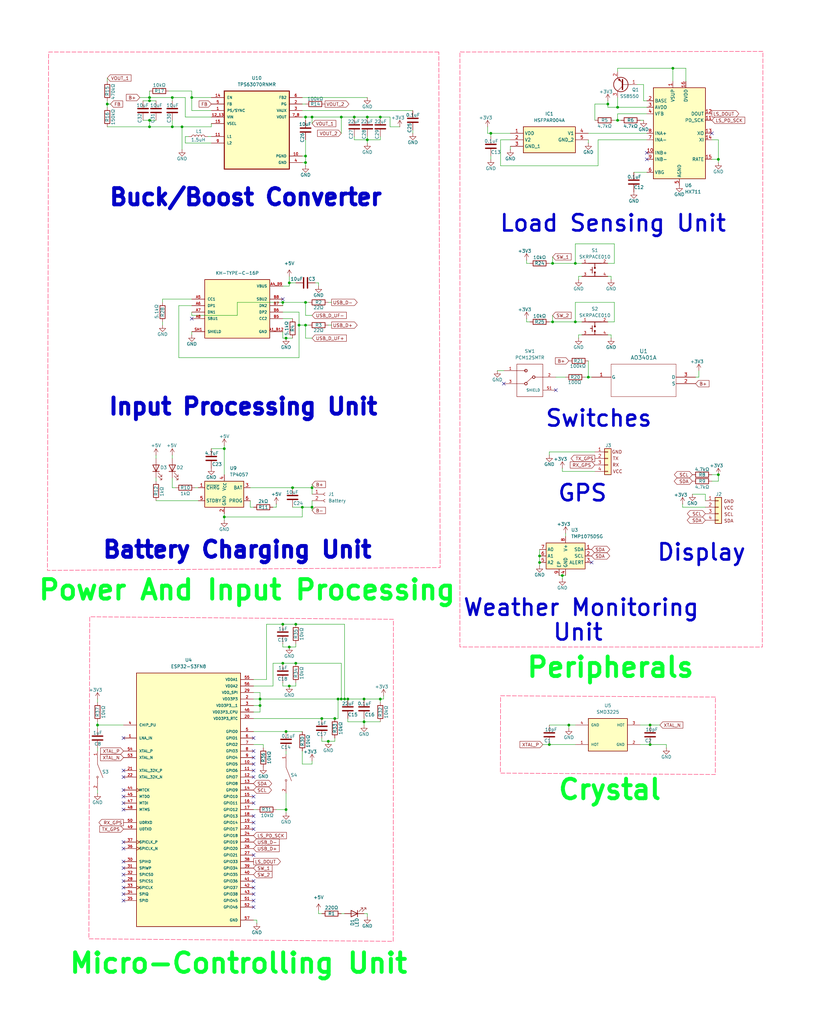
<source format=kicad_sch>
(kicad_sch (version 20250114) (generator "eeschema") (generator_version "9.0")
  (paper "User" 320 400)
  (title_block (title "Surevival Schematic") (company "Rishaan"))
  (lib_symbols
    (symbol "AO3401A_1:AO3401A" (pin_names (offset 0.254))
      (property "Reference" "U" (at 20.32 10.16 0))
      (property "Value" "AO3401A" (at 20.32 7.62 0))
      (symbol "AO3401A_0_1"
        (pin unspecified line (at 0 0 0) (length 7.62) (name "G") (number "1"))
        (pin unspecified line (at 40.64 0 180) (length 7.62) (name "D") (number "3"))
        (pin unspecified line (at 40.64 -2.54 180) (length 7.62) (name "S") (number "2"))
      )
    )
    (symbol "Analog_ADC:HX711"
      (property "Reference" "U" (at 5.08 21.59 0))
      (property "Value" "HX711" (at 7.62 19.05 0))
      (symbol "HX711_1_1"
        (pin passive line (at -12.7 12.7 0) (length 2.54) (name "BASE") (number "2"))
        (pin power_in line (at -12.7 10.16 0) (length 2.54) (name "AVDD") (number "3"))
        (pin input line (at -12.7 7.62 0) (length 2.54) (name "VFB") (number "4"))
        (pin input line (at -12.7 0 0) (length 2.54) (name "INA+") (number "8"))
        (pin input line (at -12.7 -2.54 0) (length 2.54) (name "INA-") (number "7"))
        (pin input line (at -12.7 -7.62 0) (length 2.54) (name "INB+") (number "10"))
        (pin input line (at -12.7 -10.16 0) (length 2.54) (name "INB-") (number "9"))
        (pin passive line (at -12.7 -15.24 0) (length 2.54) (name "VBG") (number "6"))
        (pin power_in line (at -2.54 20.32 270) (length 2.54) (name "VSUP") (number "1"))
        (pin power_in line (at 0 -20.32 90) (length 2.54) (name "AGND") (number "5"))
        (pin power_in line (at 2.54 20.32 270) (length 2.54) (name "DVDD") (number "16"))
        (pin output line (at 12.7 7.62 180) (length 2.54) (name "DOUT") (number "12"))
        (pin input line (at 12.7 5.08 180) (length 2.54) (name "PD_SCK") (number "11"))
        (pin passive line (at 12.7 0 180) (length 2.54) (name "XO") (number "13"))
        (pin passive line (at 12.7 -2.54 180) (length 2.54) (name "XI") (number "14"))
        (pin input line (at 12.7 -10.16 180) (length 2.54) (name "RATE") (number "15"))
      )
    )
    (symbol "Battery_Management:TP4057"
      (property "Reference" "U" (at -6.35 6.604 0))
      (property "Value" "TP4057" (at 1.524 6.604 0))
      (symbol "TP4057_1_1"
        (pin open_collector line (at -10.16 2.54 0) (length 2.54) (name "~{CHRG}") (number "1"))
        (pin open_collector line (at -10.16 -2.54 0) (length 2.54) (name "STDBY") (number "5"))
        (pin power_in line (at 0 7.62 270) (length 2.54) (name "V_{CC}") (number "4"))
        (pin power_in line (at 0 -7.62 90) (length 2.54) (name "GND") (number "2"))
        (pin power_out line (at 10.16 2.54 180) (length 2.54) (name "BAT") (number "3"))
        (pin passive line (at 10.16 -2.54 180) (length 2.54) (name "PROG") (number "6"))
      )
    )
    (symbol "Conn_01x04_1" (pin_names (offset 1.016) (hide yes))
      (property "Reference" "J2" (at -1.016 5.08 0))
      (symbol "Conn_01x04_1_1_1"
        (text "GND" (at 4.064 2.286 0) (effects (font (size 1.27 1.27))))
        (text "VCC" (at 4.064 -0.254 0) (effects (font (size 1.27 1.27))))
        (text "SCL" (at 4.064 -2.794 0) (effects (font (size 1.27 1.27))))
        (text "SDA" (at 4.064 -5.334 0) (effects (font (size 1.27 1.27))))
        (pin passive line (at -5.08 2.54 0) (length 3.81) (name "Pin_1") (number "1"))
        (pin passive line (at -5.08 0 0) (length 3.81) (name "Pin_2") (number "2"))
        (pin passive line (at -5.08 -2.54 0) (length 3.81) (name "Pin_3") (number "3"))
        (pin passive line (at -5.08 -5.08 0) (length 3.81) (name "Pin_4") (number "4"))
      )
    )
    (symbol "Connector:Conn_01x02_Socket" (pin_names (offset 1.016) (hide yes))
      (property "Reference" "J" (at 0 2.54 0))
      (property "Value" "Conn_01x02_Socket" (at 0 -5.08 0))
      (symbol "Conn_01x02_Socket_1_1"
        (pin passive line (at -5.08 0 0) (length 3.81) (name "Pin_1") (number "1"))
        (pin passive line (at -5.08 -2.54 0) (length 3.81) (name "Pin_2") (number "2"))
      )
    )
    (symbol "Connector_Generic:Conn_01x04" (pin_names (offset 1.016) (hide yes))
      (property "Reference" "J3" (at 2.54 0.0001 0))
      (property "Value" "Conn_01x04" (at 2.54 -2.5399 0))
      (symbol "Conn_01x04_1_1"
        (text "TX" (at 3.048 0 0) (effects (font (size 1.27 1.27))))
        (text "RX" (at 3.048 -2.54 0) (effects (font (size 1.27 1.27))))
        (text "GND" (at 3.556 2.54 0) (effects (font (size 1.27 1.27))))
        (text "VCC" (at 3.81 -5.08 0) (effects (font (size 1.27 1.27))))
        (pin passive line (at -5.08 2.54 0) (length 3.81) (name "Pin_1") (number "1"))
        (pin passive line (at -5.08 0 0) (length 3.81) (name "Pin_2") (number "2"))
        (pin passive line (at -5.08 -2.54 0) (length 3.81) (name "Pin_3") (number "3"))
        (pin passive line (at -5.08 -5.08 0) (length 3.81) (name "Pin_4") (number "4"))
      )
    )
    (symbol "Device:C" (pin_numbers (hide yes)) (pin_names (offset 0.254))
      (property "Reference" "C" (at 0.635 2.54 0))
      (property "Value" "C" (at 0.635 -2.54 0))
      (symbol "C_1_1"
        (pin passive line (at 0 3.81 270) (length 2.794) (name "~") (number "1"))
        (pin passive line (at 0 -3.81 90) (length 2.794) (name "~") (number "2"))
      )
    )
    (symbol "Device:L" (pin_numbers (hide yes)) (pin_names (offset 1.016) (hide yes))
      (property "Reference" "L" (at -1.27 0 90))
      (property "Value" "L" (at 1.905 0 90))
      (symbol "L_1_1"
        (pin passive line (at 0 3.81 270) (length 1.27) (name "1") (number "1"))
        (pin passive line (at 0 -3.81 90) (length 1.27) (name "2") (number "2"))
      )
    )
    (symbol "Device:LED" (pin_numbers (hide yes)) (pin_names (offset 1.016) (hide yes))
      (property "Reference" "D" (at 0 2.54 0))
      (property "Value" "LED" (at 0 -2.54 0))
      (symbol "LED_1_1"
        (pin passive line (at -3.81 0 0) (length 2.54) (name "K") (number "1"))
        (pin passive line (at 3.81 0 180) (length 2.54) (name "A") (number "2"))
      )
    )
    (symbol "Device:R" (pin_numbers (hide yes)) (pin_names (offset 0))
      (property "Reference" "R" (at 2.032 0 90))
      (property "Value" "R" (at 0 0 90))
      (symbol "R_1_1"
        (pin passive line (at 0 3.81 270) (length 1.27) (name "~") (number "1"))
        (pin passive line (at 0 -3.81 90) (length 1.27) (name "~") (number "2"))
      )
    )
    (symbol "ESP32-S3FN8:ESP32-S3FN8" (pin_names (offset 1.016))
      (property "Reference" "U" (at -20.32 49.53 0))
      (property "Value" "ESP32-S3FN8" (at -20.32 -52.07 0))
      (symbol "ESP32-S3FN8_0_0"
        (pin input line (at -25.4 27.94 0) (length 5.08) (name "CHIP_PU") (number "4"))
        (pin bidirectional line (at -25.4 22.86 0) (length 5.08) (name "LNA_IN") (number "1"))
        (pin input line (at -25.4 17.78 0) (length 5.08) (name "XTAL_P") (number "54"))
        (pin output line (at -25.4 15.24 0) (length 5.08) (name "XTAL_N") (number "53"))
        (pin bidirectional line (at -25.4 10.16 0) (length 5.08) (name "XTAL_32K_P") (number "21"))
        (pin bidirectional line (at -25.4 7.62 0) (length 5.08) (name "XTAL_32K_N") (number "22"))
        (pin bidirectional clock (at -25.4 2.54 0) (length 5.08) (name "MTCK") (number "44"))
        (pin bidirectional line (at -25.4 0 0) (length 5.08) (name "MTDO") (number "45"))
        (pin bidirectional line (at -25.4 -2.54 0) (length 5.08) (name "MTDI") (number "47"))
        (pin bidirectional line (at -25.4 -5.08 0) (length 5.08) (name "MTMS") (number "48"))
        (pin bidirectional line (at -25.4 -10.16 0) (length 5.08) (name "U0RXD") (number "50"))
        (pin bidirectional line (at -25.4 -12.7 0) (length 5.08) (name "U0TXD") (number "49"))
        (pin bidirectional clock (at -25.4 -17.78 0) (length 5.08) (name "SPICLK_P") (number "37"))
        (pin bidirectional clock (at -25.4 -20.32 0) (length 5.08) (name "SPICLK_N") (number "36"))
        (pin bidirectional line (at -25.4 -25.4 0) (length 5.08) (name "SPIHD") (number "30"))
        (pin bidirectional line (at -25.4 -27.94 0) (length 5.08) (name "SPIWP") (number "31"))
        (pin bidirectional line (at -25.4 -30.48 0) (length 5.08) (name "SPICS0") (number "32"))
        (pin bidirectional line (at -25.4 -33.02 0) (length 5.08) (name "SPICS1") (number "28"))
        (pin bidirectional clock (at -25.4 -35.56 0) (length 5.08) (name "SPICLK") (number "33"))
        (pin bidirectional line (at -25.4 -38.1 0) (length 5.08) (name "SPIQ") (number "34"))
        (pin bidirectional line (at -25.4 -40.64 0) (length 5.08) (name "SPID") (number "35"))
        (pin power_in line (at 25.4 45.72 180) (length 5.08) (name "VDDA1") (number "55"))
        (pin power_in line (at 25.4 43.18 180) (length 5.08) (name "VDDA2") (number "56"))
        (pin power_in line (at 25.4 40.64 180) (length 5.08) (name "VDD_SPI") (number "29"))
        (pin power_in line (at 25.4 38.1 180) (length 5.08) (name "VDD3P3") (number "2"))
        (pin power_in line (at 25.4 35.56 180) (length 5.08) (name "VDD3P3__1") (number "3"))
        (pin power_in line (at 25.4 33.02 180) (length 5.08) (name "VDD3P3_CPU") (number "46"))
        (pin power_in line (at 25.4 30.48 180) (length 5.08) (name "VDD3P3_RTC") (number "20"))
        (pin bidirectional line (at 25.4 25.4 180) (length 5.08) (name "GPIO0") (number "5"))
        (pin bidirectional line (at 25.4 22.86 180) (length 5.08) (name "GPIO1") (number "6"))
        (pin bidirectional line (at 25.4 20.32 180) (length 5.08) (name "GPIO2") (number "7"))
        (pin bidirectional line (at 25.4 17.78 180) (length 5.08) (name "GPIO3") (number "8"))
        (pin bidirectional line (at 25.4 15.24 180) (length 5.08) (name "GPIO4") (number "9"))
        (pin bidirectional line (at 25.4 12.7 180) (length 5.08) (name "GPIO5") (number "10"))
        (pin bidirectional line (at 25.4 10.16 180) (length 5.08) (name "GPIO6") (number "11"))
        (pin bidirectional line (at 25.4 7.62 180) (length 5.08) (name "GPIO7") (number "12"))
        (pin bidirectional line (at 25.4 5.08 180) (length 5.08) (name "GPIO8") (number "13"))
        (pin bidirectional line (at 25.4 2.54 180) (length 5.08) (name "GPIO9") (number "14"))
        (pin bidirectional line (at 25.4 0 180) (length 5.08) (name "GPIO10") (number "15"))
        (pin bidirectional line (at 25.4 -2.54 180) (length 5.08) (name "GPIO11") (number "16"))
        (pin bidirectional line (at 25.4 -5.08 180) (length 5.08) (name "GPIO12") (number "17"))
        (pin bidirectional line (at 25.4 -7.62 180) (length 5.08) (name "GPIO13") (number "18"))
        (pin bidirectional line (at 25.4 -10.16 180) (length 5.08) (name "GPIO14") (number "19"))
        (pin bidirectional line (at 25.4 -12.7 180) (length 5.08) (name "GPIO17") (number "23"))
        (pin bidirectional line (at 25.4 -15.24 180) (length 5.08) (name "GPIO18") (number "24"))
        (pin bidirectional line (at 25.4 -17.78 180) (length 5.08) (name "GPIO19") (number "25"))
        (pin bidirectional line (at 25.4 -20.32 180) (length 5.08) (name "GPIO20") (number "26"))
        (pin bidirectional line (at 25.4 -22.86 180) (length 5.08) (name "GPIO21") (number "27"))
        (pin bidirectional line (at 25.4 -25.4 180) (length 5.08) (name "GPIO33") (number "38"))
        (pin bidirectional line (at 25.4 -27.94 180) (length 5.08) (name "GPIO34") (number "39"))
        (pin bidirectional line (at 25.4 -30.48 180) (length 5.08) (name "GPIO35") (number "40"))
        (pin bidirectional line (at 25.4 -33.02 180) (length 5.08) (name "GPIO36") (number "41"))
        (pin bidirectional line (at 25.4 -35.56 180) (length 5.08) (name "GPIO37") (number "42"))
        (pin bidirectional line (at 25.4 -38.1 180) (length 5.08) (name "GPIO38") (number "43"))
        (pin bidirectional line (at 25.4 -40.64 180) (length 5.08) (name "GPIO45") (number "51"))
        (pin bidirectional line (at 25.4 -43.18 180) (length 5.08) (name "GPIO46") (number "52"))
        (pin power_in line (at 25.4 -48.26 180) (length 5.08) (name "GND") (number "57"))
      )
    )
    (symbol "HSFPAR004A_1:HSFPAR004A"
      (property "Reference" "IC" (at 26.67 7.62 0))
      (property "Value" "HSFPAR004A" (at 26.67 5.08 0))
      (symbol "HSFPAR004A_1_1"
        (pin passive line (at 0 0 0) (length 5.08) (name "VDD") (number "1"))
        (pin passive line (at 0 -2.54 0) (length 5.08) (name "V2") (number "2"))
        (pin passive line (at 0 -5.08 0) (length 5.08) (name "GND_1") (number "3"))
        (pin passive line (at 30.48 0 180) (length 5.08) (name "V1") (number "4"))
        (pin passive line (at 30.48 -2.54 180) (length 5.08) (name "GND_2") (number "5"))
      )
    )
    (symbol "Push Button:TS-1088-AR02016" (pin_names (offset 1.016))
      (property "Reference" "S" (at -2.54 2.54 0))
      (property "Value" "TS-1088-AR02016" (at -2.54 -2.54 0))
      (symbol "TS-1088-AR02016_0_0"
        (pin passive line (at -7.62 0 0) (length 2.54) (name "~") (number "1"))
        (pin passive line (at 7.62 0 180) (length 2.54) (name "~") (number "2"))
      )
    )
    (symbol "SKRPACE010_12:SKRPACE010" (pin_names (offset 1.016))
      (property "Reference" "S" (at -2.5431 5.0863 0))
      (property "Value" "SKRPACE010" (at -2.5442 -5.0884 0))
      (symbol "SKRPACE010_0_0"
        (pin bidirectional line (at -5.08 2.54 0) (length 2.54) (name "~") (number "1"))
        (pin bidirectional line (at -5.08 -2.54 0) (length 2.54) (name "~") (number "3"))
        (pin bidirectional line (at 5.08 2.54 180) (length 2.54) (name "~") (number "2"))
        (pin bidirectional line (at 5.08 -2.54 180) (length 2.54) (name "~") (number "4"))
      )
    )
    (symbol "SMD3225-4P:SMD3225" (pin_names (offset 1.016))
      (property "Reference" "U5" (at 0 12.7 0))
      (property "Value" "SMD3225" (at 0 10.16 0))
      (symbol "SMD3225_1_0"
        (pin bidirectional line (at -12.7 5.08 0) (length 5.08) (name "GND") (number "4"))
        (pin bidirectional line (at -12.7 -2.54 0) (length 5.08) (name "HOT") (number "1"))
        (pin bidirectional line (at 12.7 5.08 180) (length 5.08) (name "HOT") (number "3"))
        (pin bidirectional line (at 12.7 -2.54 180) (length 5.08) (name "GND") (number "2"))
      )
    )
    (symbol "SSSS810701:PCM12SMTR" (pin_names (offset 1.016))
      (property "Reference" "SW" (at -5.0844 5.3386 0))
      (property "Value" "PCM12SMTR" (at -5.1814 -9.6619 0))
      (symbol "PCM12SMTR_0_0"
        (pin passive line (at -10.16 2.54 0) (length 5.08) (name "~") (number "1"))
        (pin passive line (at -10.16 -2.54 0) (length 5.08) (name "~") (number "3"))
        (pin passive line (at 10.16 0 180) (length 5.08) (name "~") (number "2"))
        (pin passive line (at 10.16 -5.08 180) (length 5.08) (name "SHIELD") (number "S1"))
        (pin passive line (at 10.16 -5.08 180) (length 5.08) (hide yes) (name "SHIELD") (number "S2"))
        (pin passive line (at 10.16 -5.08 180) (length 5.08) (hide yes) (name "SHIELD") (number "S3"))
        (pin passive line (at 10.16 -5.08 180) (length 5.08) (hide yes) (name "SHIELD") (number "S4"))
      )
    )
    (symbol "Sensor_Temperature:TMP1075DSG"
      (property "Reference" "U" (at -6.35 6.35 0))
      (property "Value" "TMP1075DSG" (at 6.35 6.35 0))
      (symbol "TMP1075DSG_1_1"
        (pin input line (at -10.16 2.54 0) (length 2.54) (name "A0") (number "7"))
        (pin input line (at -10.16 0 0) (length 2.54) (name "A1") (number "6"))
        (pin input line (at -10.16 -2.54 0) (length 2.54) (name "A2") (number "5"))
        (pin passive line (at -2.54 -7.62 90) (length 2.54) (name "EP") (number "9"))
        (pin power_in line (at 0 7.62 270) (length 2.54) (name "V+") (number "8"))
        (pin power_in line (at 0 -7.62 90) (length 2.54) (name "GND") (number "4"))
        (pin bidirectional line (at 10.16 2.54 180) (length 2.54) (name "SDA") (number "1"))
        (pin input line (at 10.16 0 180) (length 2.54) (name "SCL") (number "2"))
        (pin open_collector line (at 10.16 -2.54 180) (length 2.54) (name "ALERT") (number "3"))
      )
    )
    (symbol "TPS63070_1:TPS63070RNMR" (pin_names (offset 1.016))
      (property "Reference" "U" (at -12.7 16.24 0))
      (property "Value" "TPS63070RNMR" (at -12.7 -19.24 0))
      (symbol "TPS63070RNMR_0_0"
        (pin input line (at -17.78 12.7 0) (length 5.08) (name "EN") (number "14"))
        (pin input line (at -17.78 10.16 0) (length 5.08) (name "FB") (number "5"))
        (pin input line (at -17.78 7.62 0) (length 5.08) (name "PS/SYNC") (number "1"))
        (pin input line (at -17.78 5.08 0) (length 5.08) (name "VIN") (number "12_13"))
        (pin input line (at -17.78 2.54 0) (length 5.08) (name "VSEL") (number "15"))
        (pin bidirectional line (at -17.78 -2.54 0) (length 5.08) (name "L1") (number "11"))
        (pin bidirectional line (at -17.78 -5.08 0) (length 5.08) (name "L2") (number "9"))
        (pin output line (at 17.78 12.7 180) (length 5.08) (name "FB2") (number "6"))
        (pin output line (at 17.78 10.16 180) (length 5.08) (name "PG") (number "2"))
        (pin output line (at 17.78 7.62 180) (length 5.08) (name "VAUX") (number "3"))
        (pin output line (at 17.78 5.08 180) (length 5.08) (name "VOUT") (number "7_8"))
        (pin power_in line (at 17.78 -10.16 180) (length 5.08) (name "PGND") (number "10"))
        (pin power_in line (at 17.78 -12.7 180) (length 5.08) (name "GND") (number "4"))
      )
    )
    (symbol "Transistor_BJT:SS8550" (pin_names (offset 0) (hide yes))
      (property "Reference" "Q" (at 5.08 1.905 0))
      (property "Value" "SS8550" (at 5.08 0 0))
      (symbol "SS8550_1_1"
        (pin input line (at -5.08 0 0) (length 2.54) (name "B") (number "1"))
        (pin passive line (at 2.54 5.08 270) (length 2.54) (name "C") (number "3"))
        (pin passive line (at 2.54 -5.08 90) (length 2.54) (name "E") (number "2"))
      )
    )
    (symbol "Type C:KH-TYPE-C-16P" (pin_names (offset 1.016))
      (property "Reference" "J" (at -12.7 10.922 0))
      (property "Value" "KH-TYPE-C-16P" (at -12.7 -15.24 0))
      (symbol "KH-TYPE-C-16P_0_0"
        (pin bidirectional line (at -17.78 2.54 0) (length 5.08) (name "CC1") (number "A5"))
        (pin bidirectional line (at -17.78 0 0) (length 5.08) (name "DP1") (number "A6"))
        (pin bidirectional line (at -17.78 -2.54 0) (length 5.08) (name "DN1") (number "A7"))
        (pin bidirectional line (at -17.78 -5.08 0) (length 5.08) (name "SBU1") (number "A8"))
        (pin passive line (at -17.78 -10.16 0) (length 5.08) (name "SHIELD") (number "SH1"))
        (pin passive line (at -17.78 -10.16 0) (length 5.08) (hide yes) (name "SHIELD") (number "SH2"))
        (pin passive line (at -17.78 -10.16 0) (length 5.08) (hide yes) (name "SHIELD") (number "SH3"))
        (pin passive line (at -17.78 -10.16 0) (length 5.08) (hide yes) (name "SHIELD") (number "SH4"))
        (pin power_in line (at 17.78 7.62 180) (length 5.08) (name "VBUS") (number "A4_B9"))
        (pin power_in line (at 17.78 7.62 180) (length 5.08) (hide yes) (name "VBUS") (number "A9_B4"))
        (pin bidirectional line (at 17.78 2.54 180) (length 5.08) (name "SBU2") (number "B8"))
        (pin bidirectional line (at 17.78 0 180) (length 5.08) (name "DN2") (number "B7"))
        (pin bidirectional line (at 17.78 -2.54 180) (length 5.08) (name "DP2") (number "B6"))
        (pin bidirectional line (at 17.78 -5.08 180) (length 5.08) (name "CC2") (number "B5"))
        (pin power_in line (at 17.78 -10.16 180) (length 5.08) (hide yes) (name "GND") (number "A12_B1"))
        (pin power_in line (at 17.78 -10.16 180) (length 5.08) (name "GND") (number "A1_B12"))
      )
    )
    (symbol "power:+3V3" (power) (pin_numbers (hide yes)) (pin_names (offset 0) (hide yes))
      (property "Value" "+3V3" (at 0 3.556 0))
      (symbol "+3V3_1_1"
        (pin power_in line (at 0 0 90) (length 0) (name "~") (number "1"))
      )
    )
    (symbol "power:+5V" (power) (pin_numbers (hide yes)) (pin_names (offset 0) (hide yes))
      (property "Value" "+5V" (at 0 3.556 0))
      (symbol "+5V_1_1"
        (pin power_in line (at 0 0 90) (length 0) (name "~") (number "1"))
      )
    )
    (symbol "power:GND" (power) (pin_numbers (hide yes)) (pin_names (offset 0) (hide yes))
      (property "Value" "GND" (at 0 -3.81 0))
      (symbol "GND_1_1"
        (pin power_in line (at 0 0 270) (length 0) (name "~") (number "1"))
      )
    )
  )
  (text "Unit" (at 225.806 247.142 0) (effects (font (size 6.35 6.35) (thickness 1.016) (bold yes))))
  (text "Switches" (at 233.934 163.576 0) (effects (font (size 6.35 6.35) (thickness 1.016) (bold yes))))
  (text "Battery Charging Unit" (at 92.71 214.884 0) (effects (font (size 6.35 6.35) (thickness 1.524) (bold yes))))
  (text "Peripherals" (at 238.506 260.858 0) (effects (font (size 7.62 7.62) (thickness 1.524) (bold yes))))
  (text "Buck/Boost Converter" (at 96.012 77.216 0) (effects (font (size 6.35 6.35) (thickness 1.524) (bold yes))))
  (text "GPS" (at 227.584 192.786 0) (effects (font (size 6.35 6.35) (thickness 1.016) (bold yes))))
  (text "Power And Input Processing" (at 96.52 230.632 0) (effects (font (size 7.62 7.62) (thickness 1.524) (bold yes))))
  (text "Micro-Controlling Unit" (at 93.218 376.428 0) (effects (font (size 7.62 7.62) (thickness 1.524) (bold yes))))
  (text "Input Processing Unit" (at 94.996 159.004 0) (effects (font (size 6.35 6.35) (thickness 1.524) (bold yes))))
  (text "Weather Monitoring" (at 227.076 237.49 0) (effects (font (size 6.35 6.35) (thickness 1.016) (bold yes))))
  (text "Load Sensing Unit" (at 239.522 87.376 0) (effects (font (size 6.35 6.35) (thickness 1.016) (bold yes))))
  (text "Display\n" (at 274.066 215.9 0) (effects (font (size 6.35 6.35) (thickness 1.016) (bold yes))))
  (text "Crystal" (at 238.252 308.61 0) (effects (font (size 7.62 7.62) (thickness 1.524) (bold yes))))
  (junction (at 111.76 285.75))
  (junction (at 215.9 125.73))
  (junction (at 262.89 26.67))
  (junction (at 214.63 290.83))
  (junction (at 119.38 45.72))
  (junction (at 143.51 54.61))
  (junction (at 130.81 280.67))
  (junction (at 133.35 273.05))
  (junction (at 87.63 201.93))
  (junction (at 125.73 280.67))
  (junction (at 132.08 273.05))
  (junction (at 135.89 273.05))
  (junction (at 229.87 147.32))
  (junction (at 119.38 118.11))
  (junction (at 115.57 259.08))
  (junction (at 121.92 190.5))
  (junction (at 133.35 45.72))
  (junction (at 134.62 273.05))
  (junction (at 119.38 127))
  (junction (at 110.49 259.08))
  (junction (at 115.57 243.84))
  (junction (at 101.6 275.59))
  (junction (at 191.77 52.07))
  (junction (at 101.6 273.05))
  (junction (at 116.84 127))
  (junction (at 224.79 125.73))
  (junction (at 121.92 45.72))
  (junction (at 128.27 289.56))
  (junction (at 110.49 118.11))
  (junction (at 254 290.83))
  (junction (at 118.11 198.12))
  (junction (at 119.38 60.96))
  (junction (at 241.3 41.91))
  (junction (at 113.03 252.73))
  (junction (at 121.92 198.12))
  (junction (at 113.03 110.49))
  (junction (at 210.82 217.17))
  (junction (at 87.63 175.26))
  (junction (at 41.91 40.64))
  (junction (at 224.79 102.87))
  (junction (at 280.67 185.42))
  (junction (at 74.93 38.1))
  (junction (at 58.42 38.1))
  (junction (at 113.03 267.97))
  (junction (at 38.1 283.21))
  (junction (at 111.76 316.23))
  (junction (at 142.24 281.94))
  (junction (at 148.59 45.72))
  (junction (at 119.38 63.5))
  (junction (at 58.42 46.99))
  (junction (at 111.76 132.08))
  (junction (at 219.71 224.79))
  (junction (at 114.3 190.5))
  (junction (at 254 283.21))
  (junction (at 110.49 243.84))
  (junction (at 58.42 39.37))
  (junction (at 143.51 45.72))
  (junction (at 71.12 49.53))
  (junction (at 148.59 273.05))
  (junction (at 222.25 283.21))
  (junction (at 67.31 38.1))
  (junction (at 58.42 49.53))
  (junction (at 142.24 273.05))
  (junction (at 67.31 49.53))
  (junction (at 237.49 40.64))
  (junction (at 210.82 219.71))
  (junction (at 280.67 62.23))
  (junction (at 241.3 46.99))
  (junction (at 215.9 102.87))
  (junction (at 138.43 45.72))
  (no_connect (at 48.26 339.09))
  (no_connect (at 99.06 344.17))
  (no_connect (at 99.06 354.33))
  (no_connect (at 48.26 316.23))
  (no_connect (at 99.06 303.53))
  (no_connect (at 99.06 288.29))
  (no_connect (at 48.26 300.99))
  (no_connect (at 231.14 219.71))
  (no_connect (at 99.06 334.01))
  (no_connect (at 48.26 341.63))
  (no_connect (at 99.06 346.71))
  (no_connect (at 99.06 313.69))
  (no_connect (at 99.06 295.91))
  (no_connect (at 48.26 288.29))
  (no_connect (at 48.26 303.53))
  (no_connect (at 48.26 349.25))
  (no_connect (at 48.26 308.61))
  (no_connect (at 48.26 311.15))
  (no_connect (at 48.26 351.79))
  (no_connect (at 74.93 124.46))
  (no_connect (at 196.85 149.86))
  (no_connect (at 252.73 62.23))
  (no_connect (at 48.26 328.93))
  (no_connect (at 48.26 331.47))
  (no_connect (at 99.06 323.85))
  (no_connect (at 278.13 52.07))
  (no_connect (at 99.06 321.31))
  (no_connect (at 99.06 318.77))
  (no_connect (at 99.06 298.45))
  (no_connect (at 99.06 293.37))
  (no_connect (at 48.26 313.69))
  (no_connect (at 48.26 336.55))
  (no_connect (at 99.06 351.79))
  (no_connect (at 48.26 346.71))
  (no_connect (at 99.06 311.15))
  (no_connect (at 217.17 152.4))
  (no_connect (at 99.06 300.99))
  (no_connect (at 252.73 59.69))
  (no_connect (at 99.06 349.25))
  (no_connect (at 48.26 344.17))
  (no_connect (at 110.49 116.84))
  (wire (pts (xy 262.89 26.67) (xy 267.97 26.67)))
  (wire (pts (xy 133.35 259.08) (xy 133.35 273.05)))
  (wire (pts (xy 38.1 308.61) (xy 38.1 309.88)))
  (wire (pts (xy 142.24 281.94) (xy 142.24 280.67)))
  (wire (pts (xy 58.42 38.1) (xy 67.31 38.1)))
  (wire (pts (xy 128.27 289.56) (xy 130.81 289.56)))
  (wire (pts (xy 215.9 125.73) (xy 214.63 125.73)))
  (wire (pts (xy 110.49 266.7) (xy 110.49 267.97)))
  (wire (pts (xy 87.63 203.2) (xy 87.63 201.93)))
  (wire (pts (xy 101.6 273.05) (xy 132.08 273.05)))
  (wire (pts (xy 115.57 267.97) (xy 115.57 266.7)))
  (wire (pts (xy 229.87 140.97) (xy 229.87 147.32)))
  (wire (pts (xy 194.31 144.78) (xy 196.85 144.78)))
  (wire (pts (xy 271.78 147.32) (xy 273.05 147.32)))
  (wire (pts (xy 81.28 53.34) (xy 82.55 53.34)))
  (wire (pts (xy 110.49 118.11) (xy 119.38 118.11)))
  (wire (pts (xy 132.08 273.05) (xy 132.08 280.67)))
  (wire (pts (xy 219.71 224.79) (xy 220.98 224.79)))
  (wire (pts (xy 82.55 43.18) (xy 74.93 43.18)))
  (wire (pts (xy 118.11 298.45) (xy 121.92 298.45)))
  (wire (pts (xy 250.19 283.21) (xy 254 283.21)))
  (wire (pts (xy 67.31 49.53) (xy 58.42 49.53)))
  (wire (pts (xy 191.77 62.23) (xy 191.77 60.96)))
  (wire (pts (xy 99.06 273.05) (xy 101.6 273.05)))
  (wire (pts (xy 38.1 292.1) (xy 38.1 293.37)))
  (wire (pts (xy 143.51 45.72) (xy 148.59 45.72)))
  (wire (pts (xy 125.73 289.56) (xy 128.27 289.56)))
  (wire (pts (xy 118.11 198.12) (xy 118.11 201.93)))
  (wire (pts (xy 252.73 41.91) (xy 241.3 41.91)))
  (wire (pts (xy 143.51 54.61) (xy 143.51 55.88)))
  (wire (pts (xy 143.51 356.87) (xy 142.24 356.87)))
  (wire (pts (xy 102.87 290.83) (xy 102.87 292.1)))
  (wire (pts (xy 74.93 119.38) (xy 69.85 119.38)))
  (wire (pts (xy 121.92 195.58) (xy 121.92 198.12)))
  (wire (pts (xy 229.87 52.07) (xy 252.73 52.07)))
  (wire (pts (xy 99.06 265.43) (xy 104.14 265.43)))
  (wire (pts (xy 133.35 356.87) (xy 134.62 356.87)))
  (wire (pts (xy 134.62 273.05) (xy 133.35 273.05)))
  (wire (pts (xy 54.61 38.1) (xy 58.42 38.1)))
  (wire (pts (xy 142.24 283.21) (xy 142.24 281.94)))
  (wire (pts (xy 55.88 46.99) (xy 58.42 46.99)))
  (wire (pts (xy 116.84 127) (xy 116.84 121.92)))
  (wire (pts (xy 224.79 102.87) (xy 224.79 95.25)))
  (wire (pts (xy 87.63 173.99) (xy 87.63 175.26)))
  (wire (pts (xy 128.27 118.11) (xy 129.54 118.11)))
  (wire (pts (xy 113.03 107.95) (xy 113.03 110.49)))
  (wire (pts (xy 199.39 58.42) (xy 199.39 57.15)))
  (wire (pts (xy 111.76 293.37) (xy 111.76 294.64)))
  (wire (pts (xy 74.93 38.1) (xy 82.55 38.1)))
  (wire (pts (xy 110.49 251.46) (xy 110.49 252.73)))
  (wire (pts (xy 121.92 189.23) (xy 121.92 190.5)))
  (wire (pts (xy 149.86 271.78) (xy 149.86 273.05)))
  (wire (pts (xy 115.57 259.08) (xy 133.35 259.08)))
  (wire (pts (xy 74.93 43.18) (xy 74.93 38.1)))
  (wire (pts (xy 106.68 259.08) (xy 110.49 259.08)))
  (wire (pts (xy 58.42 46.99) (xy 58.42 49.53)))
  (wire (pts (xy 199.39 52.07) (xy 191.77 52.07)))
  (wire (pts (xy 280.67 63.5) (xy 280.67 62.23)))
  (wire (pts (xy 110.49 259.08) (xy 115.57 259.08)))
  (wire (pts (xy 119.38 118.11) (xy 120.65 118.11)))
  (wire (pts (xy 214.63 177.8) (xy 214.63 176.53)))
  (wire (pts (xy 58.42 39.37) (xy 60.96 39.37)))
  (wire (pts (xy 215.9 125.73) (xy 224.79 125.73)))
  (wire (pts (xy 219.71 182.88) (xy 219.71 184.15)))
  (wire (pts (xy 252.73 39.37) (xy 251.46 39.37)))
  (wire (pts (xy 214.63 283.21) (xy 222.25 283.21)))
  (wire (pts (xy 74.93 123.19) (xy 74.93 121.92)))
  (wire (pts (xy 240.03 125.73) (xy 237.49 125.73)))
  (wire (pts (xy 113.03 110.49) (xy 113.03 111.76)))
  (wire (pts (xy 241.3 27.94) (xy 241.3 26.67)))
  (wire (pts (xy 190.5 49.53) (xy 190.5 52.07)))
  (wire (pts (xy 110.49 129.54) (xy 110.49 132.08)))
  (wire (pts (xy 113.03 267.97) (xy 115.57 267.97)))
  (wire (pts (xy 224.79 95.25) (xy 240.03 95.25)))
  (wire (pts (xy 135.89 281.94) (xy 135.89 280.67)))
  (wire (pts (xy 205.74 102.87) (xy 207.01 102.87)))
  (wire (pts (xy 118.11 60.96) (xy 119.38 60.96)))
  (wire (pts (xy 199.39 54.61) (xy 195.58 54.61)))
  (wire (pts (xy 229.87 55.88) (xy 229.87 54.61)))
  (wire (pts (xy 101.6 278.13) (xy 101.6 275.59)))
  (wire (pts (xy 119.38 54.61) (xy 119.38 60.96)))
  (wire (pts (xy 273.05 144.78) (xy 273.05 147.32)))
  (wire (pts (xy 241.3 44.45) (xy 241.3 46.99)))
  (wire (pts (xy 152.4 49.53) (xy 156.21 49.53)))
  (wire (pts (xy 106.68 267.97) (xy 106.68 259.08)))
  (wire (pts (xy 87.63 200.66) (xy 87.63 201.93)))
  (wire (pts (xy 107.95 316.23) (xy 111.76 316.23)))
  (wire (pts (xy 119.38 60.96) (xy 119.38 63.5)))
  (wire (pts (xy 110.49 124.46) (xy 114.3 124.46)))
  (wire (pts (xy 38.1 281.94) (xy 38.1 283.21)))
  (wire (pts (xy 66.04 35.56) (xy 74.93 35.56)))
  (wire (pts (xy 254 290.83) (xy 260.35 290.83)))
  (wire (pts (xy 82.55 49.53) (xy 82.55 48.26)))
  (wire (pts (xy 116.84 127) (xy 119.38 127)))
  (wire (pts (xy 227.33 130.81) (xy 226.06 130.81)))
  (wire (pts (xy 130.81 289.56) (xy 130.81 288.29)))
  (wire (pts (xy 55.88 39.37) (xy 58.42 39.37)))
  (wire (pts (xy 224.79 118.11) (xy 240.03 118.11)))
  (wire (pts (xy 118.11 43.18) (xy 161.29 43.18)))
  (wire (pts (xy 111.76 132.08) (xy 114.3 132.08)))
  (wire (pts (xy 38.1 283.21) (xy 38.1 284.48)))
  (wire (pts (xy 227.33 107.95) (xy 226.06 107.95)))
  (wire (pts (xy 99.06 267.97) (xy 106.68 267.97)))
  (wire (pts (xy 60.96 195.58) (xy 77.47 195.58)))
  (wire (pts (xy 118.11 201.93) (xy 87.63 201.93)))
  (wire (pts (xy 267.97 26.67) (xy 267.97 31.75)))
  (wire (pts (xy 251.46 39.37) (xy 251.46 33.02)))
  (wire (pts (xy 280.67 62.23) (xy 280.67 54.61)))
  (wire (pts (xy 72.39 55.88) (xy 82.55 55.88)))
  (wire (pts (xy 99.06 275.59) (xy 101.6 275.59)))
  (wire (pts (xy 111.76 132.08) (xy 110.49 132.08)))
  (wire (pts (xy 99.06 278.13) (xy 101.6 278.13)))
  (wire (pts (xy 215.9 123.19) (xy 215.9 125.73)))
  (wire (pts (xy 121.92 45.72) (xy 121.92 48.26)))
  (wire (pts (xy 38.1 273.05) (xy 38.1 274.32)))
  (wire (pts (xy 218.44 224.79) (xy 219.71 224.79)))
  (wire (pts (xy 128.27 127) (xy 129.54 127)))
  (wire (pts (xy 278.13 62.23) (xy 280.67 62.23)))
  (wire (pts (xy 219.71 224.79) (xy 219.71 226.06)))
  (wire (pts (xy 251.46 33.02) (xy 248.92 33.02)))
  (wire (pts (xy 63.5 116.84) (xy 63.5 118.11)))
  (wire (pts (xy 111.76 309.88) (xy 111.76 316.23)))
  (wire (pts (xy 97.79 198.12) (xy 99.06 198.12)))
  (wire (pts (xy 92.71 118.11) (xy 110.49 118.11)))
  (wire (pts (xy 67.31 38.1) (xy 67.31 39.37)))
  (wire (pts (xy 118.11 40.64) (xy 119.38 40.64)))
  (wire (pts (xy 41.91 40.64) (xy 41.91 41.91)))
  (wire (pts (xy 266.7 196.85) (xy 266.7 198.12)))
  (wire (pts (xy 280.67 54.61) (xy 278.13 54.61)))
  (wire (pts (xy 226.06 107.95) (xy 226.06 109.22)))
  (wire (pts (xy 119.38 63.5) (xy 119.38 64.77)))
  (wire (pts (xy 72.39 45.72) (xy 82.55 45.72)))
  (wire (pts (xy 69.85 139.7) (xy 116.84 139.7)))
  (wire (pts (xy 275.59 195.58) (xy 275.59 193.04)))
  (wire (pts (xy 60.96 186.69) (xy 60.96 187.96)))
  (wire (pts (xy 99.06 290.83) (xy 102.87 290.83)))
  (wire (pts (xy 238.76 107.95) (xy 238.76 109.22)))
  (wire (pts (xy 73.66 53.34) (xy 72.39 53.34)))
  (wire (pts (xy 135.89 281.94) (xy 142.24 281.94)))
  (wire (pts (xy 101.6 275.59) (xy 101.6 273.05)))
  (wire (pts (xy 149.86 273.05) (xy 148.59 273.05)))
  (wire (pts (xy 233.68 64.77) (xy 233.68 54.61)))
  (wire (pts (xy 110.49 267.97) (xy 113.03 267.97)))
  (wire (pts (xy 87.63 175.26) (xy 87.63 185.42)))
  (wire (pts (xy 280.67 187.96) (xy 280.67 185.42)))
  (wire (pts (xy 110.49 118.11) (xy 110.49 119.38)))
  (wire (pts (xy 205.74 125.73) (xy 207.01 125.73)))
  (wire (pts (xy 217.17 147.32) (xy 220.98 147.32)))
  (wire (pts (xy 241.3 38.1) (xy 241.3 41.91)))
  (wire (pts (xy 58.42 46.99) (xy 60.96 46.99)))
  (wire (pts (xy 143.51 54.61) (xy 143.51 53.34)))
  (wire (pts (xy 60.96 177.8) (xy 60.96 179.07)))
  (wire (pts (xy 97.79 198.12) (xy 97.79 195.58)))
  (wire (pts (xy 240.03 46.99) (xy 241.3 46.99)))
  (wire (pts (xy 72.39 38.1) (xy 72.39 45.72)))
  (wire (pts (xy 241.3 41.91) (xy 237.49 41.91)))
  (wire (pts (xy 215.9 102.87) (xy 214.63 102.87)))
  (wire (pts (xy 142.24 273.05) (xy 148.59 273.05)))
  (wire (pts (xy 222.25 283.21) (xy 224.79 283.21)))
  (wire (pts (xy 205.74 101.6) (xy 205.74 102.87)))
  (wire (pts (xy 130.81 280.67) (xy 132.08 280.67)))
  (wire (pts (xy 240.03 95.25) (xy 240.03 102.87)))
  (wire (pts (xy 210.82 219.71) (xy 210.82 220.98)))
  (wire (pts (xy 260.35 290.83) (xy 260.35 292.1)))
  (wire (pts (xy 250.19 290.83) (xy 254 290.83)))
  (wire (pts (xy 191.77 52.07) (xy 190.5 52.07)))
  (wire (pts (xy 220.98 208.28) (xy 220.98 209.55)))
  (wire (pts (xy 224.79 102.87) (xy 227.33 102.87)))
  (wire (pts (xy 119.38 132.08) (xy 121.92 132.08)))
  (wire (pts (xy 238.76 130.81) (xy 238.76 132.08)))
  (wire (pts (xy 101.6 270.51) (xy 101.6 273.05)))
  (wire (pts (xy 210.82 217.17) (xy 210.82 219.71)))
  (wire (pts (xy 228.6 147.32) (xy 229.87 147.32)))
  (wire (pts (xy 113.03 110.49) (xy 115.57 110.49)))
  (wire (pts (xy 133.35 45.72) (xy 133.35 52.07)))
  (wire (pts (xy 125.73 288.29) (xy 125.73 289.56)))
  (wire (pts (xy 107.95 196.85) (xy 107.95 198.12)))
  (wire (pts (xy 58.42 35.56) (xy 58.42 38.1)))
  (wire (pts (xy 67.31 38.1) (xy 72.39 38.1)))
  (wire (pts (xy 99.06 270.51) (xy 101.6 270.51)))
  (wire (pts (xy 118.11 198.12) (xy 121.92 198.12)))
  (wire (pts (xy 195.58 54.61) (xy 195.58 64.77)))
  (wire (pts (xy 118.11 45.72) (xy 119.38 45.72)))
  (wire (pts (xy 72.39 53.34) (xy 72.39 55.88)))
  (wire (pts (xy 138.43 45.72) (xy 143.51 45.72)))
  (wire (pts (xy 148.59 45.72) (xy 152.4 45.72)))
  (wire (pts (xy 143.51 358.14) (xy 143.51 356.87)))
  (wire (pts (xy 134.62 273.05) (xy 135.89 273.05)))
  (wire (pts (xy 110.49 243.84) (xy 115.57 243.84)))
  (wire (pts (xy 104.14 265.43) (xy 104.14 243.84)))
  (wire (pts (xy 254 283.21) (xy 257.81 283.21)))
  (wire (pts (xy 195.58 64.77) (xy 233.68 64.77)))
  (wire (pts (xy 148.59 54.61) (xy 148.59 53.34)))
  (wire (pts (xy 212.09 290.83) (xy 214.63 290.83)))
  (wire (pts (xy 125.73 356.87) (xy 124.46 356.87)))
  (wire (pts (xy 111.76 316.23) (xy 111.76 317.5)))
  (wire (pts (xy 118.11 293.37) (xy 118.11 298.45)))
  (wire (pts (xy 119.38 46.99) (xy 119.38 45.72)))
  (wire (pts (xy 116.84 121.92) (xy 110.49 121.92)))
  (wire (pts (xy 76.2 190.5) (xy 77.47 190.5)))
  (wire (pts (xy 100.33 359.41) (xy 99.06 359.41)))
  (wire (pts (xy 118.11 38.1) (xy 143.51 38.1)))
  (wire (pts (xy 41.91 49.53) (xy 58.42 49.53)))
  (wire (pts (xy 205.74 124.46) (xy 205.74 125.73)))
  (wire (pts (xy 82.55 175.26) (xy 87.63 175.26)))
  (wire (pts (xy 71.12 49.53) (xy 82.55 49.53)))
  (wire (pts (xy 121.92 198.12) (xy 121.92 199.39)))
  (wire (pts (xy 161.29 50.8) (xy 161.29 52.07)))
  (wire (pts (xy 135.89 273.05) (xy 142.24 273.05)))
  (wire (pts (xy 113.03 252.73) (xy 115.57 252.73)))
  (wire (pts (xy 41.91 30.48) (xy 41.91 31.75)))
  (wire (pts (xy 232.41 46.99) (xy 232.41 40.64)))
  (wire (pts (xy 74.93 116.84) (xy 63.5 116.84)))
  (wire (pts (xy 67.31 46.99) (xy 67.31 49.53)))
  (wire (pts (xy 252.73 44.45) (xy 241.3 44.45)))
  (wire (pts (xy 130.81 280.67) (xy 125.73 280.67)))
  (wire (pts (xy 142.24 281.94) (xy 148.59 281.94)))
  (wire (pts (xy 138.43 54.61) (xy 143.51 54.61)))
  (wire (pts (xy 119.38 45.72) (xy 121.92 45.72)))
  (wire (pts (xy 38.1 283.21) (xy 48.26 283.21)))
  (wire (pts (xy 67.31 186.69) (xy 67.31 190.5)))
  (wire (pts (xy 74.93 35.56) (xy 74.93 38.1)))
  (wire (pts (xy 114.3 190.5) (xy 121.92 190.5)))
  (wire (pts (xy 240.03 118.11) (xy 240.03 125.73)))
  (wire (pts (xy 262.89 26.67) (xy 262.89 31.75)))
  (wire (pts (xy 111.76 285.75) (xy 118.11 285.75)))
  (wire (pts (xy 214.63 176.53) (xy 232.41 176.53)))
  (wire (pts (xy 100.33 316.23) (xy 99.06 316.23)))
  (wire (pts (xy 215.9 102.87) (xy 224.79 102.87)))
  (wire (pts (xy 107.95 198.12) (xy 106.68 198.12)))
  (wire (pts (xy 237.49 41.91) (xy 237.49 40.64)))
  (wire (pts (xy 133.35 45.72) (xy 138.43 45.72)))
  (wire (pts (xy 278.13 187.96) (xy 280.67 187.96)))
  (wire (pts (xy 270.51 193.04) (xy 275.59 193.04)))
  (wire (pts (xy 219.71 184.15) (xy 232.41 184.15)))
  (wire (pts (xy 226.06 130.81) (xy 226.06 132.08)))
  (wire (pts (xy 121.92 298.45) (xy 121.92 297.18)))
  (wire (pts (xy 119.38 123.19) (xy 121.92 123.19)))
  (wire (pts (xy 41.91 39.37) (xy 41.91 40.64)))
  (wire (pts (xy 237.49 39.37) (xy 237.49 40.64)))
  (wire (pts (xy 99.06 280.67) (xy 125.73 280.67)))
  (wire (pts (xy 41.91 40.64) (xy 43.18 40.64)))
  (wire (pts (xy 229.87 147.32) (xy 231.14 147.32)))
  (wire (pts (xy 74.93 123.19) (xy 92.71 123.19)))
  (wire (pts (xy 63.5 125.73) (xy 63.5 127)))
  (wire (pts (xy 69.85 119.38) (xy 69.85 139.7)))
  (wire (pts (xy 224.79 125.73) (xy 224.79 118.11)))
  (wire (pts (xy 247.65 67.31) (xy 252.73 67.31)))
  (wire (pts (xy 113.03 111.76) (xy 110.49 111.76)))
  (wire (pts (xy 210.82 214.63) (xy 210.82 217.17)))
  (wire (pts (xy 148.59 273.05) (xy 148.59 274.32)))
  (wire (pts (xy 121.92 45.72) (xy 133.35 45.72)))
  (wire (pts (xy 241.3 26.67) (xy 262.89 26.67)))
  (wire (pts (xy 191.77 53.34) (xy 191.77 52.07)))
  (wire (pts (xy 224.79 125.73) (xy 227.33 125.73)))
  (wire (pts (xy 121.92 190.5) (xy 121.92 193.04)))
  (wire (pts (xy 110.49 252.73) (xy 113.03 252.73)))
  (wire (pts (xy 124.46 356.87) (xy 124.46 355.6)))
  (wire (pts (xy 132.08 273.05) (xy 133.35 273.05)))
  (wire (pts (xy 233.68 54.61) (xy 252.73 54.61)))
  (wire (pts (xy 232.41 40.64) (xy 237.49 40.64)))
  (wire (pts (xy 266.7 198.12) (xy 275.59 198.12)))
  (wire (pts (xy 71.12 58.42) (xy 71.12 49.53)))
  (wire (pts (xy 67.31 177.8) (xy 67.31 179.07)))
  (wire (pts (xy 114.3 198.12) (xy 118.11 198.12)))
  (wire (pts (xy 104.14 243.84) (xy 110.49 243.84)))
  (wire (pts (xy 152.4 45.72) (xy 152.4 49.53)))
  (wire (pts (xy 58.42 38.1) (xy 58.42 39.37)))
  (wire (pts (xy 237.49 107.95) (xy 238.76 107.95)))
  (wire (pts (xy 99.06 285.75) (xy 111.76 285.75)))
  (wire (pts (xy 240.03 102.87) (xy 237.49 102.87)))
  (wire (pts (xy 124.46 110.49) (xy 124.46 111.76)))
  (wire (pts (xy 116.84 139.7) (xy 116.84 127)))
  (wire (pts (xy 237.49 130.81) (xy 238.76 130.81)))
  (wire (pts (xy 241.3 46.99) (xy 242.57 46.99)))
  (wire (pts (xy 278.13 185.42) (xy 280.67 185.42)))
  (wire (pts (xy 134.62 243.84) (xy 134.62 273.05)))
  (wire (pts (xy 115.57 243.84) (xy 134.62 243.84)))
  (wire (pts (xy 74.93 129.54) (xy 74.93 130.81)))
  (wire (pts (xy 215.9 100.33) (xy 215.9 102.87)))
  (wire (pts (xy 92.71 123.19) (xy 92.71 118.11)))
  (wire (pts (xy 222.25 283.21) (xy 222.25 284.48)))
  (wire (pts (xy 214.63 290.83) (xy 224.79 290.83)))
  (wire (pts (xy 97.79 190.5) (xy 114.3 190.5)))
  (wire (pts (xy 138.43 53.34) (xy 138.43 54.61)))
  (wire (pts (xy 100.33 360.68) (xy 100.33 359.41)))
  (wire (pts (xy 124.46 110.49) (xy 123.19 110.49)))
  (wire (pts (xy 119.38 118.11) (xy 119.38 123.19)))
  (wire (pts (xy 119.38 127) (xy 120.65 127)))
  (wire (pts (xy 119.38 127) (xy 119.38 132.08)))
  (wire (pts (xy 143.51 54.61) (xy 148.59 54.61)))
  (wire (pts (xy 251.46 46.99) (xy 250.19 46.99)))
  (wire (pts (xy 118.11 63.5) (xy 119.38 63.5)))
  (wire (pts (xy 67.31 49.53) (xy 71.12 49.53)))
  (wire (pts (xy 115.57 252.73) (xy 115.57 251.46)))
  (wire (pts (xy 67.31 190.5) (xy 68.58 190.5)))
  (global_label "LS_DOUT" (shape output) (at 99.06 336.55 0) (property "Intersheetrefs" "${INTERSHEET_REFS}" (effects (hide yes))))
  (global_label "XTAL_N" (shape input) (at 48.26 295.91 180) (property "Intersheetrefs" "${INTERSHEET_REFS}" (effects (hide yes))))
  (global_label "VOUT_2" (shape input) (at 133.35 52.07 180) (property "Intersheetrefs" "${INTERSHEET_REFS}" (effects (hide yes))))
  (global_label "SDA" (shape bidirectional) (at 231.14 217.17 0) (property "Intersheetrefs" "${INTERSHEET_REFS}" (effects (hide yes))))
  (global_label "VOUT_1" (shape input) (at 41.91 30.48 0) (property "Intersheetrefs" "${INTERSHEET_REFS}" (effects (hide yes))))
  (global_label "USB_D_UF+" (shape input) (at 121.92 132.08 0) (property "Intersheetrefs" "${INTERSHEET_REFS}" (effects (hide yes))))
  (global_label "LS_PD_SCK" (shape input) (at 99.06 326.39 0) (property "Intersheetrefs" "${INTERSHEET_REFS}" (effects (hide yes))))
  (global_label "XTAL_P" (shape input) (at 212.09 290.83 180) (property "Intersheetrefs" "${INTERSHEET_REFS}" (effects (hide yes))))
  (global_label "SW_2" (shape input) (at 215.9 123.19 0) (property "Intersheetrefs" "${INTERSHEET_REFS}" (effects (hide yes))))
  (global_label "SDA" (shape bidirectional) (at 231.14 214.63 0) (property "Intersheetrefs" "${INTERSHEET_REFS}" (effects (hide yes))))
  (global_label "USB_D_UF-" (shape input) (at 121.92 123.19 0) (property "Intersheetrefs" "${INTERSHEET_REFS}" (effects (hide yes))))
  (global_label "XTAL_P" (shape input) (at 48.26 293.37 180) (property "Intersheetrefs" "${INTERSHEET_REFS}" (effects (hide yes))))
  (global_label "USB_D-" (shape input) (at 99.06 328.93 0) (property "Intersheetrefs" "${INTERSHEET_REFS}" (effects (hide yes))))
  (global_label "LS_DOUT" (shape output) (at 278.13 44.45 0) (property "Intersheetrefs" "${INTERSHEET_REFS}" (effects (hide yes))))
  (global_label "XTAL_N" (shape input) (at 257.81 283.21 0) (property "Intersheetrefs" "${INTERSHEET_REFS}" (effects (hide yes))))
  (global_label "SCL" (shape bidirectional) (at 275.59 200.66 180) (property "Intersheetrefs" "${INTERSHEET_REFS}" (effects (hide yes))))
  (global_label "B+" (shape input) (at 54.61 38.1 180) (property "Intersheetrefs" "${INTERSHEET_REFS}" (effects (hide yes))))
  (global_label "RX_GPS" (shape input) (at 232.41 181.61 180) (property "Intersheetrefs" "${INTERSHEET_REFS}" (effects (hide yes))))
  (global_label "SW_2" (shape input) (at 99.06 341.63 0) (property "Intersheetrefs" "${INTERSHEET_REFS}" (effects (hide yes))))
  (global_label "B+" (shape input) (at 271.78 149.86 0) (property "Intersheetrefs" "${INTERSHEET_REFS}" (effects (hide yes))))
  (global_label "FB" (shape input) (at 43.18 40.64 0) (property "Intersheetrefs" "${INTERSHEET_REFS}" (effects (hide yes))))
  (global_label "SDA" (shape bidirectional) (at 99.06 306.07 0) (property "Intersheetrefs" "${INTERSHEET_REFS}" (effects (hide yes))))
  (global_label "TX_GPS" (shape output) (at 232.41 179.07 180) (property "Intersheetrefs" "${INTERSHEET_REFS}" (effects (hide yes))))
  (global_label "TX_GPS" (shape input) (at 48.26 323.85 180) (property "Intersheetrefs" "${INTERSHEET_REFS}" (effects (hide yes))))
  (global_label "USB_D+" (shape input) (at 99.06 331.47 0) (property "Intersheetrefs" "${INTERSHEET_REFS}" (effects (hide yes))))
  (global_label "B+" (shape input) (at 222.25 140.97 180) (property "Intersheetrefs" "${INTERSHEET_REFS}" (effects (hide yes))))
  (global_label "RX_GPS" (shape output) (at 48.26 321.31 180) (property "Intersheetrefs" "${INTERSHEET_REFS}" (effects (hide yes))))
  (global_label "SDA" (shape bidirectional) (at 275.59 203.2 180) (property "Intersheetrefs" "${INTERSHEET_REFS}" (effects (hide yes))))
  (global_label "SCL" (shape bidirectional) (at 270.51 185.42 180) (property "Intersheetrefs" "${INTERSHEET_REFS}" (effects (hide yes))))
  (global_label "B+" (shape input) (at 121.92 189.23 0) (property "Intersheetrefs" "${INTERSHEET_REFS}" (effects (hide yes))))
  (global_label "VOUT_1" (shape input) (at 121.92 48.26 0) (property "Intersheetrefs" "${INTERSHEET_REFS}" (effects (hide yes))))
  (global_label "LS_PD_SCK" (shape input) (at 278.13 46.99 0) (property "Intersheetrefs" "${INTERSHEET_REFS}" (effects (hide yes))))
  (global_label "USB_D+" (shape output) (at 129.54 127 0) (property "Intersheetrefs" "${INTERSHEET_REFS}" (effects (hide yes))))
  (global_label "SW_1" (shape input) (at 99.06 339.09 0) (property "Intersheetrefs" "${INTERSHEET_REFS}" (effects (hide yes))))
  (global_label "B-" (shape input) (at 121.92 199.39 0) (property "Intersheetrefs" "${INTERSHEET_REFS}" (effects (hide yes))))
  (global_label "SW_1" (shape input) (at 215.9 100.33 0) (property "Intersheetrefs" "${INTERSHEET_REFS}" (effects (hide yes))))
  (global_label "SCL" (shape bidirectional) (at 99.06 308.61 0) (property "Intersheetrefs" "${INTERSHEET_REFS}" (effects (hide yes))))
  (global_label "VOUT_2" (shape output) (at 127 40.64 0) (property "Intersheetrefs" "${INTERSHEET_REFS}" (effects (hide yes))))
  (global_label "SDA" (shape bidirectional) (at 270.51 187.96 180) (property "Intersheetrefs" "${INTERSHEET_REFS}" (effects (hide yes))))
  (global_label "FB" (shape input) (at 82.55 40.64 180) (property "Intersheetrefs" "${INTERSHEET_REFS}" (effects (hide yes))))
  (global_label "USB_D-" (shape output) (at 129.54 118.11 0) (property "Intersheetrefs" "${INTERSHEET_REFS}" (effects (hide yes))))
  (rule_area (polyline (pts (xy 243.84 186.69) (xy 243.8399 171.45) (xy 212.09 171.45) (xy 212.09 186.69)) (stroke (width 0) (type dash) (color 255 255 255 1))))
  (rule_area (polyline (pts (xy 298.0804 20.067) (xy 180.34 20.32) (xy 179.6951 20.1811) (xy 179.6864 252.7077) (xy 297.8335 252.7523)) (stroke (width 0) (type dash) (color 255 0 74 1))))
  (rule_area (polyline (pts (xy 171.45 20.32) (xy 19.05 20.32) (xy 18.9706 22.0663) (xy 18.5341 222.8056) (xy 171.9659 221.6943)) (stroke (width 0) (type dash) (color 255 0 74 1))))
  (rule_area (polyline (pts (xy 165.1 69.85) (xy 165.1 25.4) (xy 38.4174 25.0824) (xy 38.1 69.85)) (stroke (width 0) (type dash) (color 255 255 255 1))))
  (rule_area (polyline (pts (xy 242.57 231.14) (xy 242.57 201.93) (xy 208.28 201.295) (xy 208.28 230.505)) (stroke (width 0) (type dash) (color 255 255 255 1))))
  (rule_area (polyline (pts (xy 281.94 157.48) (xy 281.9399 93.98) (xy 186.69 93.98) (xy 186.69 157.48)) (stroke (width 0) (type dash) (color 255 255 255 1))))
  (rule_area (polyline (pts (xy 287.5756 209.55) (xy 287.1787 180.34) (xy 260.35 180.34) (xy 260.35 209.55)) (stroke (width 0) (type dash) (color 255 255 255 1))))
  (rule_area (polyline (pts (xy 138.43 208.28) (xy 138.43 168.91) (xy 50.8 168.91) (xy 50.8 208.28)) (stroke (width 0) (type dash) (color 255 255 255 1))))
  (rule_area (polyline (pts (xy 153.6264 367.6967) (xy 153.7137 241.9032) (xy 35.052 240.919) (xy 34.7266 366.7125)) (stroke (width 0) (type dash) (color 255 0 74 1))))
  (rule_area (polyline (pts (xy 140.97 152.4) (xy 140.97 88.9) (xy 58.42 88.9) (xy 58.42 152.4)) (stroke (width 0) (type dash) (color 255 255 255 1))))
  (rule_area (polyline (pts (xy 292.5762 24.2093) (xy 187.4838 24.0506) (xy 186.69 24.13) (xy 186.69 81.28) (xy 292.8936 81.4386)) (stroke (width 0) (type dash) (color 255 255 255 1))))
  (rule_area (polyline (pts (xy 279.5234 272.2773) (xy 195.58 271.78) (xy 195.58 271.78) (xy 195.4997 301.989) (xy 279.4802 302.5309)) (stroke (width 0) (type dash) (color 255 0 74 1))))
  (symbol (lib_id "Device:C") (at 143.51 49.53 180) (unit 1)
    (property "Reference" "C28" (at 142.24 50.546 90) (effects (justify left)))
    (property "Value" "22uF" (at 145.796 47.498 0) (effects (justify left)))
    (property "Footprint" "Capacitor_SMD:C_0402_1005Metric" (effects (hide yes)))
    (property "Description" "Unpolarized capacitor" (effects (hide yes)))
  )
  (symbol (lib_id "Device:R") (at 226.06 140.97 90) (unit 1)
    (property "Reference" "R21" (at 226.06 140.97 90))
    (property "Value" "100kΩ" (at 225.806 143.002 90))
    (property "Footprint" "Resistor_SMD:R_0402_1005Metric" (effects (hide yes)))
    (property "Description" "Resistor" (effects (hide yes)))
  )
  (symbol (lib_id "SMD3225-4P:SMD3225") (at 237.49 288.29 0) (unit 1)
    (property "Reference" "U5" (at 237.49 275.59 0))
    (property "Value" "SMD3225" (at 237.49 278.13 0))
    (property "Footprint" "Crystal:Crystal_SMD_3225-4Pin_3.2x2.5mm" (effects (hide yes)))
    (property "MF" "Others" (effects (hide yes)))
    (property "Package" "None" (effects (hide yes)))
    (property "Price" "None" (effects (hide yes)))
    (property "SnapEDA_Link" "https://www.snapeda.com/parts/SMD3225/Byte+Brothers/view-part/?ref=snap" (effects (hide yes)))
    (property "MP" "SMD3225" (effects (hide yes)))
    (property "Availability" "In Stock" (effects (hide yes)))
    (property "Check_prices" "https://www.snapeda.com/parts/SMD3225/Byte+Brothers/view-part/?ref=eda" (effects (hide yes)))
  )
  (symbol (lib_id "Device:R") (at 236.22 46.99 90) (unit 1)
    (property "Reference" "R5" (at 236.22 46.99 90))
    (property "Value" "4.7kΩ" (at 236.22 49.276 90))
    (property "Footprint" "Resistor_SMD:R_0402_1005Metric" (effects (hide yes)))
    (property "Description" "Resistor" (effects (hide yes)))
  )
  (symbol (lib_id "power:+3V3") (at 156.21 49.53 0) (unit 1)
    (property "Reference" "#PWR037" (effects (hide yes)))
    (property "Value" "+3V3" (at 155.448 45.974 0))
    (property "Description" "Power symbol creates a global label with name \"+3V3\"" (effects (hide yes)))
  )
  (symbol (lib_id "Battery_Management:TP4057") (at 87.63 193.04 0) (unit 1)
    (property "Reference" "U9" (at 89.7733 182.88 0) (effects (justify left)))
    (property "Value" "TP4057" (at 89.7733 185.42 0) (effects (justify left)))
    (property "Footprint" "Library:SOT23-6" (effects (hide yes)))
    (property "Datasheet" "http://toppwr.com/uploadfile/file/20230304/640302a47b738.pdf" (effects (hide yes)))
    (property "Description" "Constant-current/constant-voltage linear charger for single cell lithium-ion batteries with 2.9V Trickle Charge, 4.5V to 6.5V VDD, -40 to +85 degree Celsius, TSOT-23-6" (effects (hide yes)))
  )
  (symbol (lib_id "power:GND") (at 74.93 130.81 0) (unit 1)
    (property "Reference" "#PWR015" (effects (hide yes)))
    (property "Value" "GND" (at 74.93 134.366 0))
    (property "Description" "Power symbol creates a global label with name \"GND\" , ground" (effects (hide yes)))
  )
  (symbol (lib_id "power:GND") (at 119.38 64.77 0) (unit 1)
    (property "Reference" "#PWR060" (effects (hide yes)))
    (property "Value" "GND" (at 119.38 68.326 0))
    (property "Description" "Power symbol creates a global label with name \"GND\" , ground" (effects (hide yes)))
  )
  (symbol (lib_id "power:+5V") (at 124.46 355.6 0) (unit 1)
    (property "Reference" "#PWR01" (effects (hide yes)))
    (property "Value" "+5V" (at 124.46 350.52 0))
    (property "Description" "Power symbol creates a global label with name \"+5V\"" (effects (hide yes)))
  )
  (symbol (lib_id "power:+3V3") (at 237.49 39.37 0) (unit 1)
    (property "Reference" "#PWR028" (effects (hide yes)))
    (property "Value" "+3V3" (at 236.728 35.814 0))
    (property "Description" "Power symbol creates a global label with name \"+3V3\"" (effects (hide yes)))
  )
  (symbol (lib_id "Device:R") (at 274.32 185.42 90) (unit 1)
    (property "Reference" "R8" (at 274.32 185.42 90))
    (property "Value" "4.7kΩ" (at 274.32 183.388 90))
    (property "Footprint" "Resistor_SMD:R_0402_1005Metric" (effects (hide yes)))
    (property "Description" "Resistor" (effects (hide yes)))
  )
  (symbol (lib_id "Device:R") (at 115.57 247.65 180) (unit 1)
    (property "Reference" "R35" (at 115.57 247.65 90))
    (property "Value" "10kΩ" (at 117.856 247.65 90))
    (property "Footprint" "Resistor_SMD:R_0402_1005Metric" (effects (hide yes)))
    (property "Description" "Resistor" (effects (hide yes)))
  )
  (symbol (lib_id "Push Button:TS-1088-AR02016") (at 38.1 300.99 270) (unit 1)
    (property "Reference" "S3" (at 39.878 301.498 90) (effects (justify left)))
    (property "Value" "TS-1088-AR02016" (effects (hide yes)))
    (property "Footprint" "Push Button 1:Push Button" (effects (hide yes)))
    (property "Description" "RESET" (effects (hide yes)))
    (property "MF" "Xunpu" (effects (hide yes)))
    (property "MAXIMUM_PACKAGE_HEIGHT" "2.0 mm" (effects (hide yes)))
    (property "Package" "Package" (effects (hide yes)))
    (property "Price" "None" (effects (hide yes)))
    (property "Check_prices" "https://www.snapeda.com/parts/TS-1088-AR02016/Xunpu/view-part/?ref=eda" (effects (hide yes)))
    (property "STANDARD" "Manufacturer Recommendations" (effects (hide yes)))
    (property "PARTREV" "N/A" (effects (hide yes)))
    (property "SnapEDA_Link" "https://www.snapeda.com/parts/TS-1088-AR02016/Xunpu/view-part/?ref=snap" (effects (hide yes)))
    (property "MP" "TS-1088-AR02016" (effects (hide yes)))
    (property "Description_1" "50mA 4mm 100MΩ 100,000 Times 12V 160gf 3mm 2mm Round Button Vertical welding SPST SMD Tactile Switches ROHS" (effects (hide yes)))
    (property "Availability" "Not in stock" (effects (hide yes)))
    (property "MANUFACTURER" "Xunpu" (effects (hide yes)))
  )
  (symbol (lib_id "power:+3V3") (at 205.74 124.46 0) (unit 1)
    (property "Reference" "#PWR047" (effects (hide yes)))
    (property "Value" "+3V3" (at 204.978 120.904 0))
    (property "Description" "Power symbol creates a global label with name \"+3V3\"" (effects (hide yes)))
  )
  (symbol (lib_id "Device:R") (at 41.91 35.56 180) (unit 1)
    (property "Reference" "R15" (at 41.91 35.56 90))
    (property "Value" "470kΩ" (at 44.196 35.814 90))
    (property "Footprint" "Resistor_SMD:R_0402_1005Metric" (effects (hide yes)))
    (property "Description" "Resistor" (effects (hide yes)))
  )
  (symbol (lib_id "Device:C") (at 148.59 49.53 180) (unit 1)
    (property "Reference" "C29" (at 147.32 50.546 90) (effects (justify left)))
    (property "Value" "22uF" (at 151.13 47.498 0) (effects (justify left)))
    (property "Footprint" "Capacitor_SMD:C_0402_1005Metric" (effects (hide yes)))
    (property "Description" "Unpolarized capacitor" (effects (hide yes)))
  )
  (symbol (lib_id "SKRPACE010_12:SKRPACE010") (at 232.41 105.41 0) (unit 1)
    (property "Reference" "S1" (at 232.41 97.79 0))
    (property "Value" "SKRPACE010" (at 232.41 100.33 0))
    (property "Footprint" "SKRPACE010_1:SW_SKRPACE010" (effects (hide yes)))
    (property "STANDARD" "Maniufacturer Recommendations" (effects (hide yes)))
    (property "MANUFACTURER" "ALPS" (effects (hide yes)))
  )
  (symbol (lib_id "power:+3V3") (at 205.74 101.6 0) (unit 1)
    (property "Reference" "#PWR044" (effects (hide yes)))
    (property "Value" "+3V3" (at 204.978 98.044 0))
    (property "Description" "Power symbol creates a global label with name \"+3V3\"" (effects (hide yes)))
  )
  (symbol (lib_id "Device:R") (at 129.54 356.87 270) (unit 1)
    (property "Reference" "R1" (at 129.54 356.87 90))
    (property "Value" "220Ω" (at 129.54 354.584 90))
    (property "Footprint" "Resistor_SMD:R_0402_1005Metric" (effects (hide yes)))
    (property "Description" "Resistor" (effects (hide yes)))
  )
  (symbol (lib_id "Device:C") (at 114.3 194.31 0) (unit 1)
    (property "Reference" "C24" (at 114.554 196.596 0) (effects (justify left)))
    (property "Value" "10uF" (at 111.76 192.278 0) (effects (justify left)))
    (property "Footprint" "Capacitor_SMD:C_0402_1005Metric" (effects (hide yes)))
    (property "Description" "Unpolarized capacitor" (effects (hide yes)))
  )
  (symbol (lib_id "power:+5V") (at 67.31 177.8 0) (unit 1)
    (property "Reference" "#PWR053" (effects (hide yes)))
    (property "Value" "+5V" (at 67.056 173.99 0))
    (property "Description" "Power symbol creates a global label with name \"+5V\"" (effects (hide yes)))
  )
  (symbol (lib_id "power:+3V3") (at 266.7 196.85 0) (unit 1)
    (property "Reference" "#PWR034" (effects (hide yes)))
    (property "Value" "+3V3" (at 265.938 193.294 0))
    (property "Description" "Power symbol creates a global label with name \"+3V3\"" (effects (hide yes)))
  )
  (symbol (lib_id "Sensor_Temperature:TMP1075DSG") (at 220.98 217.17 0) (unit 1)
    (property "Reference" "U3" (at 223.1233 207.01 0) (effects (justify left)))
    (property "Value" "TMP1075DSG" (at 223.1233 209.55 0) (effects (justify left)))
    (property "Footprint" "Package_SON:WSON-8-1EP_2x2mm_P0.5mm_EP0.9x1.6mm_ThermalVias" (effects (hide yes)))
    (property "Datasheet" "https://www.ti.com/lit/gpn/tmp1075" (effects (hide yes)))
    (property "Description" "I2C-bus digital temperature sensor and thermal watchdog, WSON-8" (effects (hide yes)))
  )
  (symbol (lib_id "Connector_Generic:Conn_01x04") (at 237.49 179.07 0) (unit 1)
    (property "Reference" "J3" (at 236.474 173.99 0) (effects (justify left)))
    (property "Value" "Conn_01x04" (effects (hide yes)))
    (property "Footprint" "Connector_PinHeader_2.54mm:PinHeader_1x04_P2.54mm_Vertical" (effects (hide yes)))
    (property "Description" "Generic connector, single row, 01x04, script generated (kicad-library-utils/schlib/autogen/connector/)" (effects (hide yes)))
  )
  (symbol (lib_id "Device:R") (at 114.3 128.27 0) (unit 1)
    (property "Reference" "R4" (at 114.3 128.27 90))
    (property "Value" "5.1kΩ" (at 112.014 128.27 90))
    (property "Footprint" "Resistor_SMD:R_0402_1005Metric" (effects (hide yes)))
    (property "Description" "Resistor" (effects (hide yes)))
  )
  (symbol (lib_name "Conn_01x04_1") (lib_id "Connector_Generic:Conn_01x04") (at 280.67 198.12 0) (unit 1)
    (property "Reference" "J2" (at 279.654 193.04 0) (effects (justify left)))
    (property "Value" "Conn_01x04" (effects (hide yes)))
    (property "Footprint" "Connector_PinHeader_2.54mm:PinHeader_1x04_P2.54mm_Vertical" (effects (hide yes)))
    (property "Description" "Generic connector, single row, 01x04, script generated (kicad-library-utils/schlib/autogen/connector/)" (effects (hide yes)))
  )
  (symbol (lib_id "Device:LED") (at 67.31 182.88 90) (unit 1)
    (property "Reference" "D2" (at 71.628 182.626 90) (effects (justify left)))
    (property "Value" "LED" (effects (hide yes)))
    (property "Footprint" "LED_SMD:LED_0402_1005Metric" (effects (hide yes)))
    (property "Description" "Battery Charging Indicator" (effects (hide yes)))
    (property "Sim.Pins" "1=K 2=A" (effects (hide yes)))
  )
  (symbol (lib_id "Device:R") (at 102.87 198.12 90) (unit 1)
    (property "Reference" "R11" (at 102.87 198.12 90))
    (property "Value" "2kΩ" (at 102.87 195.834 90))
    (property "Footprint" "Resistor_SMD:R_0402_1005Metric" (effects (hide yes)))
    (property "Description" "Resistor" (effects (hide yes)))
  )
  (symbol (lib_id "power:GND") (at 226.06 132.08 0) (unit 1)
    (property "Reference" "#PWR048" (effects (hide yes)))
    (property "Value" "GND" (at 226.06 135.636 0))
    (property "Description" "Power symbol creates a global label with name \"GND\" , ground" (effects (hide yes)))
  )
  (symbol (lib_id "power:GND") (at 194.31 144.78 0) (unit 1)
    (property "Reference" "#PWR017" (effects (hide yes)))
    (property "Value" "GND" (at 194.31 148.336 0))
    (property "Description" "Power symbol creates a global label with name \"GND\" , ground" (effects (hide yes)))
  )
  (symbol (lib_id "power:+3V3") (at 121.92 297.18 0) (unit 1)
    (property "Reference" "#PWR039" (effects (hide yes)))
    (property "Value" "+3V3" (at 121.158 293.624 0))
    (property "Description" "Power symbol creates a global label with name \"+3V3\"" (effects (hide yes)))
  )
  (symbol (lib_id "Device:C") (at 161.29 46.99 180) (unit 1)
    (property "Reference" "C25" (at 160.02 48.006 90) (effects (justify left)))
    (property "Value" "0.1uF" (at 164.084 44.958 0) (effects (justify left)))
    (property "Footprint" "Capacitor_SMD:C_0402_1005Metric" (effects (hide yes)))
    (property "Description" "Unpolarized capacitor" (effects (hide yes)))
  )
  (symbol (lib_id "power:GND") (at 143.51 55.88 0) (unit 1)
    (property "Reference" "#PWR064" (effects (hide yes)))
    (property "Value" "GND" (at 143.51 59.436 0))
    (property "Description" "Power symbol creates a global label with name \"GND\" , ground" (effects (hide yes)))
  )
  (symbol (lib_id "Device:C") (at 82.55 179.07 0) (unit 1)
    (property "Reference" "C23" (at 82.804 181.356 0) (effects (justify left)))
    (property "Value" "4.7uF" (at 80.01 177.038 0) (effects (justify left)))
    (property "Footprint" "Capacitor_SMD:C_0402_1005Metric" (effects (hide yes)))
    (property "Description" "Unpolarized capacitor" (effects (hide yes)))
  )
  (symbol (lib_id "power:GND") (at 143.51 358.14 0) (unit 1)
    (property "Reference" "#PWR02" (effects (hide yes)))
    (property "Value" "GND" (at 143.51 361.696 0))
    (property "Description" "Power symbol creates a global label with name \"GND\" , ground" (effects (hide yes)))
  )
  (symbol (lib_id "Device:R") (at 72.39 190.5 90) (unit 1)
    (property "Reference" "R10" (at 72.39 190.5 90))
    (property "Value" "1kΩ" (at 72.39 192.786 90))
    (property "Footprint" "Resistor_SMD:R_0402_1005Metric" (effects (hide yes)))
    (property "Description" "Resistor" (effects (hide yes)))
  )
  (symbol (lib_id "power:GND") (at 143.51 38.1 0) (unit 1)
    (property "Reference" "#PWR063" (effects (hide yes)))
    (property "Value" "GND" (at 143.51 41.656 0))
    (property "Description" "Power symbol creates a global label with name \"GND\" , ground" (effects (hide yes)))
  )
  (symbol (lib_id "power:GND") (at 214.63 177.8 0) (unit 1)
    (property "Reference" "#PWR041" (effects (hide yes)))
    (property "Value" "GND" (at 214.63 181.356 0))
    (property "Description" "Power symbol creates a global label with name \"GND\" , ground" (effects (hide yes)))
  )
  (symbol (lib_id "Device:C") (at 67.31 43.18 180) (unit 1)
    (property "Reference" "C30" (at 66.04 44.196 90) (effects (justify left)))
    (property "Value" "10uF" (at 69.85 41.148 0) (effects (justify left)))
    (property "Footprint" "Capacitor_SMD:C_0402_1005Metric" (effects (hide yes)))
    (property "Description" "Unpolarized capacitor" (effects (hide yes)))
  )
  (symbol (lib_id "power:+5V") (at 87.63 173.99 0) (unit 1)
    (property "Reference" "#PWR051" (effects (hide yes)))
    (property "Value" "+5V" (at 87.63 170.434 0))
    (property "Description" "Power symbol creates a global label with name \"+5V\"" (effects (hide yes)))
  )
  (symbol (lib_id "power:GND") (at 265.43 72.39 0) (unit 1)
    (property "Reference" "#PWR031" (effects (hide yes)))
    (property "Value" "GND" (at 265.43 75.946 0))
    (property "Description" "Power symbol creates a global label with name \"GND\" , ground" (effects (hide yes)))
  )
  (symbol (lib_id "Device:R") (at 124.46 127 90) (unit 1)
    (property "Reference" "R3" (at 124.46 127 90))
    (property "Value" "22Ω" (at 124.46 129.032 90))
    (property "Footprint" "Resistor_SMD:R_0402_1005Metric" (effects (hide yes)))
    (property "Description" "Resistor" (effects (hide yes)))
  )
  (symbol (lib_id "power:GND") (at 63.5 127 0) (unit 1)
    (property "Reference" "#PWR011" (effects (hide yes)))
    (property "Value" "GND" (at 63.5 130.556 0))
    (property "Description" "Power symbol creates a global label with name \"GND\" , ground" (effects (hide yes)))
  )
  (symbol (lib_id "Device:LED") (at 138.43 356.87 180) (unit 1)
    (property "Reference" "D1" (at 137.668 361.696 90) (effects (justify right)))
    (property "Value" "LED" (at 139.446 362.204 90) (effects (justify right)))
    (property "Footprint" "LED_SMD:LED_0402_1005Metric" (effects (hide yes)))
    (property "Description" "Power ON indicator" (effects (hide yes)))
    (property "Sim.Pins" "1=K 2=A" (effects (hide yes)))
  )
  (symbol (lib_id "power:+3V3") (at 273.05 144.78 0) (unit 1)
    (property "Reference" "#PWR05" (effects (hide yes)))
    (property "Value" "+3V3" (at 272.288 141.224 0))
    (property "Description" "Power symbol creates a global label with name \"+3V3\"" (effects (hide yes)))
  )
  (symbol (lib_id "power:GND") (at 280.67 63.5 0) (unit 1)
    (property "Reference" "#PWR030" (effects (hide yes)))
    (property "Value" "GND" (at 280.67 67.056 0))
    (property "Description" "Power symbol creates a global label with name \"GND\" , ground" (effects (hide yes)))
  )
  (symbol (lib_id "power:GND") (at 226.06 109.22 0) (unit 1)
    (property "Reference" "#PWR045" (effects (hide yes)))
    (property "Value" "GND" (at 226.06 112.776 0))
    (property "Description" "Power symbol creates a global label with name \"GND\" , ground" (effects (hide yes)))
  )
  (symbol (lib_id "Device:R") (at 124.46 118.11 90) (unit 1)
    (property "Reference" "R2" (at 124.46 118.11 90))
    (property "Value" "22Ω" (at 124.46 120.142 90))
    (property "Footprint" "Resistor_SMD:R_0402_1005Metric" (effects (hide yes)))
    (property "Description" "Resistor" (effects (hide yes)))
  )
  (symbol (lib_id "Device:C") (at 254 287.02 0) (unit 1)
    (property "Reference" "C2" (at 251.968 289.306 0) (effects (justify left)))
    (property "Value" "10pF" (at 252.222 284.988 0) (effects (justify left)))
    (property "Footprint" "Capacitor_SMD:C_0402_1005Metric" (effects (hide yes)))
    (property "Description" "Unpolarized capacitor" (effects (hide yes)))
  )
  (symbol (lib_id "Device:R") (at 210.82 102.87 90) (unit 1)
    (property "Reference" "R24" (at 210.82 102.87 90))
    (property "Value" "10kΩ" (at 210.82 100.584 90))
    (property "Footprint" "Resistor_SMD:R_0402_1005Metric" (effects (hide yes)))
    (property "Description" "Resistor" (effects (hide yes)))
  )
  (symbol (lib_id "Device:R") (at 62.23 35.56 270) (unit 1)
    (property "Reference" "R17" (at 62.23 35.56 90))
    (property "Value" "10kΩ" (at 62.23 33.274 90))
    (property "Footprint" "Resistor_SMD:R_0402_1005Metric" (effects (hide yes)))
    (property "Description" "Resistor" (effects (hide yes)))
  )
  (symbol (lib_id "Device:C") (at 138.43 49.53 180) (unit 1)
    (property "Reference" "C27" (at 137.16 50.546 90) (effects (justify left)))
    (property "Value" "22uF" (at 140.716 47.498 0) (effects (justify left)))
    (property "Footprint" "Capacitor_SMD:C_0402_1005Metric" (effects (hide yes)))
    (property "Description" "Unpolarized capacitor" (effects (hide yes)))
  )
  (symbol (lib_id "power:GND") (at 199.39 58.42 0) (unit 1)
    (property "Reference" "#PWR024" (effects (hide yes)))
    (property "Value" "GND" (at 199.39 61.976 0))
    (property "Description" "Power symbol creates a global label with name \"GND\" , ground" (effects (hide yes)))
  )
  (symbol (lib_id "Device:C") (at 110.49 262.89 0) (unit 1)
    (property "Reference" "C18" (at 108.458 265.176 0) (effects (justify left)))
    (property "Value" "1uF" (at 108.712 260.858 0) (effects (justify left)))
    (property "Footprint" "Capacitor_SMD:C_0402_1005Metric" (effects (hide yes)))
    (property "Description" "Unpolarized capacitor" (effects (hide yes)))
  )
  (symbol (lib_id "Device:R") (at 60.96 191.77 180) (unit 1)
    (property "Reference" "R12" (at 60.96 191.77 90))
    (property "Value" "1kΩ" (at 63.246 192.024 90))
    (property "Footprint" "Resistor_SMD:R_0402_1005Metric" (effects (hide yes)))
    (property "Description" "Resistor" (effects (hide yes)))
  )
  (symbol (lib_id "Device:R") (at 41.91 45.72 180) (unit 1)
    (property "Reference" "R16" (at 41.91 45.72 90))
    (property "Value" "150kΩ" (at 44.196 45.72 90))
    (property "Footprint" "Resistor_SMD:R_0402_1005Metric" (effects (hide yes)))
    (property "Description" "Resistor" (effects (hide yes)))
  )
  (symbol (lib_id "power:GND") (at 238.76 132.08 0) (unit 1)
    (property "Reference" "#PWR049" (effects (hide yes)))
    (property "Value" "GND" (at 238.76 135.636 0))
    (property "Description" "Power symbol creates a global label with name \"GND\" , ground" (effects (hide yes)))
  )
  (symbol (lib_id "power:GND") (at 270.51 193.04 0) (unit 1)
    (property "Reference" "#PWR036" (effects (hide yes)))
    (property "Value" "GND" (at 270.51 196.596 0))
    (property "Description" "Power symbol creates a global label with name \"GND\" , ground" (effects (hide yes)))
  )
  (symbol (lib_id "Device:R") (at 130.81 284.48 180) (unit 1)
    (property "Reference" "R33" (at 130.81 284.48 90))
    (property "Value" "10kΩ" (at 133.096 284.48 90))
    (property "Footprint" "Resistor_SMD:R_0402_1005Metric" (effects (hide yes)))
    (property "Description" "Resistor" (effects (hide yes)))
  )
  (symbol (lib_id "power:GND") (at 142.24 283.21 0) (unit 1)
    (property "Reference" "#PWR065" (effects (hide yes)))
    (property "Value" "GND" (at 142.24 286.766 0))
    (property "Description" "Power symbol creates a global label with name \"GND\" , ground" (effects (hide yes)))
  )
  (symbol (lib_id "Device:R") (at 104.14 316.23 90) (unit 1)
    (property "Reference" "R31" (at 104.14 316.23 90))
    (property "Value" "10kΩ" (at 104.394 318.516 90))
    (property "Footprint" "Resistor_SMD:R_0402_1005Metric" (effects (hide yes)))
    (property "Description" "Resistor" (effects (hide yes)))
  )
  (symbol (lib_id "power:+5V") (at 60.96 177.8 0) (unit 1)
    (property "Reference" "#PWR055" (effects (hide yes)))
    (property "Value" "+5V" (at 60.96 173.99 0))
    (property "Description" "Power symbol creates a global label with name \"+5V\"" (effects (hide yes)))
  )
  (symbol (lib_id "power:GND") (at 247.65 74.93 0) (unit 1)
    (property "Reference" "#PWR027" (effects (hide yes)))
    (property "Value" "GND" (at 247.65 78.486 0))
    (property "Description" "Power symbol creates a global label with name \"GND\" , ground" (effects (hide yes)))
  )
  (symbol (lib_id "power:GND") (at 219.71 226.06 0) (unit 1)
    (property "Reference" "#PWR07" (effects (hide yes)))
    (property "Value" "GND" (at 219.71 229.616 0))
    (property "Description" "Power symbol creates a global label with name \"GND\" , ground" (effects (hide yes)))
  )
  (symbol (lib_id "Device:R") (at 115.57 262.89 180) (unit 1)
    (property "Reference" "R34" (at 115.57 262.89 90))
    (property "Value" "10kΩ" (at 117.856 262.89 90))
    (property "Footprint" "Resistor_SMD:R_0402_1005Metric" (effects (hide yes)))
    (property "Description" "Resistor" (effects (hide yes)))
  )
  (symbol (lib_id "power:+5V") (at 113.03 107.95 0) (unit 1)
    (property "Reference" "#PWR012" (effects (hide yes)))
    (property "Value" "+5V" (at 113.03 102.87 0))
    (property "Description" "Power symbol creates a global label with name \"+5V\"" (effects (hide yes)))
  )
  (symbol (lib_id "Device:C") (at 60.96 43.18 180) (unit 1)
    (property "Reference" "C31" (at 59.69 44.196 90) (effects (justify left)))
    (property "Value" "10uF" (at 63.5 41.148 0) (effects (justify left)))
    (property "Footprint" "Capacitor_SMD:C_0402_1005Metric" (effects (hide yes)))
    (property "Description" "Unpolarized capacitor" (effects (hide yes)))
  )
  (symbol (lib_id "Device:C") (at 125.73 284.48 0) (unit 1)
    (property "Reference" "C17" (at 123.698 286.766 0) (effects (justify left)))
    (property "Value" "1uF" (at 123.952 282.448 0) (effects (justify left)))
    (property "Footprint" "Capacitor_SMD:C_0402_1005Metric" (effects (hide yes)))
    (property "Description" "Unpolarized capacitor" (effects (hide yes)))
  )
  (symbol (lib_id "power:GND") (at 161.29 52.07 0) (unit 1)
    (property "Reference" "#PWR062" (effects (hide yes)))
    (property "Value" "GND" (at 161.29 55.626 0))
    (property "Description" "Power symbol creates a global label with name \"GND\" , ground" (effects (hide yes)))
  )
  (symbol (lib_id "SSSS810701:PCM12SMTR") (at 207.01 147.32 0) (unit 1)
    (property "Reference" "SW1" (at 207.01 137.16 0))
    (property "Value" "PCM12SMTR" (at 207.01 139.7 0))
    (property "Footprint" "SSSS810701:SW_PCM12SMTR" (effects (hide yes)))
    (property "MF" "C&K" (effects (hide yes)))
    (property "Description_1" "Switch,Slide,Ultra-Mini,SPDT,ON-ON,300mA,6VDC,Surface Mount,R/A,Gull Wing | C&K PCM12SMTR" (effects (hide yes)))
    (property "Package" "None" (effects (hide yes)))
    (property "Price" "None" (effects (hide yes)))
    (property "Check_prices" "https://www.snapeda.com/parts/PCM12SMTR/C%2526K/view-part/?ref=eda" (effects (hide yes)))
    (property "STANDARD" "Manufacturer Recommendation" (effects (hide yes)))
    (property "SnapEDA_Link" "https://www.snapeda.com/parts/PCM12SMTR/C%2526K/view-part/?ref=snap" (effects (hide yes)))
    (property "MP" "PCM12SMTR" (effects (hide yes)))
    (property "Availability" "Not in stock" (effects (hide yes)))
    (property "MANUFACTURER" "C&K" (effects (hide yes)))
  )
  (symbol (lib_id "power:GND") (at 102.87 299.72 0) (unit 1)
    (property "Reference" "#PWR050" (effects (hide yes)))
    (property "Value" "GND" (at 102.87 303.276 0))
    (property "Description" "Power symbol creates a global label with name \"GND\" , ground" (effects (hide yes)))
  )
  (symbol (lib_id "Connector:Conn_01x02_Socket") (at 127 193.04 0) (unit 1)
    (property "Reference" "J1" (at 128.27 193.0399 0) (effects (justify left)))
    (property "Value" "Battery" (at 128.27 195.5799 0) (effects (justify left)))
    (property "Footprint" "Connector_PinHeader_2.54mm:PinHeader_1x02_P2.54mm_Vertical" (effects (hide yes)))
    (property "Description" "Generic connector, single row, 01x02, script generated" (effects (hide yes)))
  )
  (symbol (lib_id "power:GND") (at 111.76 317.5 0) (unit 1)
    (property "Reference" "#PWR043" (effects (hide yes)))
    (property "Value" "GND" (at 111.76 321.056 0))
    (property "Description" "Power symbol creates a global label with name \"GND\" , ground" (effects (hide yes)))
  )
  (symbol (lib_id "Device:R") (at 38.1 278.13 180) (unit 1)
    (property "Reference" "R37" (at 38.1 278.13 90))
    (property "Value" "10kΩ" (at 40.386 278.13 90))
    (property "Footprint" "Resistor_SMD:R_0402_1005Metric" (effects (hide yes)))
    (property "Description" "Resistor" (effects (hide yes)))
  )
  (symbol (lib_id "Device:R") (at 102.87 295.91 180) (unit 1)
    (property "Reference" "R36" (at 102.87 295.91 90))
    (property "Value" "10kΩ" (at 105.156 295.91 90))
    (property "Footprint" "Resistor_SMD:R_0402_1005Metric" (effects (hide yes)))
    (property "Description" "Resistor" (effects (hide yes)))
  )
  (symbol (lib_id "HSFPAR004A_1:HSFPAR004A") (at 199.39 52.07 0) (unit 1)
    (property "Reference" "IC1" (at 214.63 44.45 0))
    (property "Value" "HSFPAR004A" (at 214.63 46.99 0))
    (property "Footprint" "HSFPAR004A1:HSFPAR004A" (effects (hide yes)))
    (property "Description" "Load Sensor" (effects (hide yes)))
    (property "Height" "0.66" (effects (hide yes)))
    (property "Mouser Part Number" "688-HSFPAR004A" (effects (hide yes)))
    (property "Mouser Price/Stock" "https://www.mouser.co.uk/ProductDetail/Alps-Alpine/HSFPAR004A?qs=XeJtXLiO41SKORml6bvmQg%3D%3D" (effects (hide yes)))
    (property "Manufacturer_Name" "ALPS Electric" (effects (hide yes)))
    (property "Manufacturer_Part_Number" "HSFPAR004A" (effects (hide yes)))
  )
  (symbol (lib_id "power:+3V3") (at 220.98 208.28 0) (unit 1)
    (property "Reference" "#PWR09" (effects (hide yes)))
    (property "Value" "+3V3" (at 220.218 204.724 0))
    (property "Description" "Power symbol creates a global label with name \"+3V3\"" (effects (hide yes)))
  )
  (symbol (lib_id "power:GND") (at 260.35 292.1 0) (unit 1)
    (property "Reference" "#PWR04" (effects (hide yes)))
    (property "Value" "GND" (at 260.35 295.656 0))
    (property "Description" "Power symbol creates a global label with name \"GND\" , ground" (effects (hide yes)))
  )
  (symbol (lib_id "Device:C") (at 135.89 276.86 0) (unit 1)
    (property "Reference" "C15" (at 135.89 279.146 0) (effects (justify left)))
    (property "Value" "22uF" (at 133.604 274.828 0) (effects (justify left)))
    (property "Footprint" "Capacitor_SMD:C_0402_1005Metric" (effects (hide yes)))
    (property "Description" "Unpolarized capacitor" (effects (hide yes)))
  )
  (symbol (lib_id "Device:C") (at 55.88 43.18 180) (unit 1)
    (property "Reference" "C32" (at 54.61 44.196 90) (effects (justify left)))
    (property "Value" "10uF" (at 58.166 41.148 0) (effects (justify left)))
    (property "Footprint" "Capacitor_SMD:C_0402_1005Metric" (effects (hide yes)))
    (property "Description" "Unpolarized capacitor" (effects (hide yes)))
  )
  (symbol (lib_id "Device:C") (at 191.77 57.15 0) (unit 1)
    (property "Reference" "C13" (at 191.77 59.436 0) (effects (justify left)))
    (property "Value" "0.1uF" (at 189.23 55.118 0) (effects (justify left)))
    (property "Footprint" "Capacitor_SMD:C_0402_1005Metric" (effects (hide yes)))
    (property "Description" "Unpolarized capacitor" (effects (hide yes)))
  )
  (symbol (lib_id "power:GND") (at 111.76 132.08 0) (unit 1)
    (property "Reference" "#PWR014" (effects (hide yes)))
    (property "Value" "GND" (at 111.76 135.636 0))
    (property "Description" "Power symbol creates a global label with name \"GND\" , ground" (effects (hide yes)))
  )
  (symbol (lib_id "Device:C") (at 247.65 71.12 0) (unit 1)
    (property "Reference" "C12" (at 247.65 73.152 0) (effects (justify left)))
    (property "Value" "0.1uF" (at 245.11 69.088 0) (effects (justify left)))
    (property "Footprint" "Capacitor_SMD:C_0402_1005Metric" (effects (hide yes)))
    (property "Description" "Unpolarized capacitor" (effects (hide yes)))
  )
  (symbol (lib_id "Device:R") (at 224.79 147.32 90) (unit 1)
    (property "Reference" "R20" (at 224.79 147.32 90))
    (property "Value" "100Ω" (at 224.536 149.352 90))
    (property "Footprint" "Resistor_SMD:R_0402_1005Metric" (effects (hide yes)))
    (property "Description" "Resistor" (effects (hide yes)))
  )
  (symbol (lib_id "TPS63070_1:TPS63070RNMR") (at 100.33 50.8 0) (unit 1)
    (property "Reference" "U10" (at 100.33 30.48 0))
    (property "Value" "TPS63070RNMR" (at 100.33 33.02 0))
    (property "Footprint" "TPS63070_2:VREG_TPS63070RNMR" (effects (hide yes)))
  )
  (symbol (lib_id "power:GND") (at 71.12 58.42 0) (unit 1)
    (property "Reference" "#PWR061" (effects (hide yes)))
    (property "Value" "GND" (at 71.12 61.976 0))
    (property "Description" "Power symbol creates a global label with name \"GND\" , ground" (effects (hide yes)))
  )
  (symbol (lib_id "power:GND") (at 82.55 182.88 0) (unit 1)
    (property "Reference" "#PWR058" (effects (hide yes)))
    (property "Value" "GND" (at 82.55 186.436 0))
    (property "Description" "Power symbol creates a global label with name \"GND\" , ground" (effects (hide yes)))
  )
  (symbol (lib_id "power:+3V3") (at 38.1 273.05 0) (unit 1)
    (property "Reference" "#PWR056" (effects (hide yes)))
    (property "Value" "+3V3" (at 37.338 269.494 0))
    (property "Description" "Power symbol creates a global label with name \"+3V3\"" (effects (hide yes)))
  )
  (symbol (lib_id "Device:C") (at 111.76 289.56 0) (unit 1)
    (property "Reference" "C14" (at 109.728 291.846 0) (effects (justify left)))
    (property "Value" "0.1uF" (at 109.982 287.528 0) (effects (justify left)))
    (property "Footprint" "Capacitor_SMD:C_0402_1005Metric" (effects (hide yes)))
    (property "Description" "Unpolarized capacitor" (effects (hide yes)))
  )
  (symbol (lib_id "power:+5V") (at 107.95 196.85 0) (unit 1)
    (property "Reference" "#PWR054" (effects (hide yes)))
    (property "Value" "+5V" (at 107.95 193.04 0))
    (property "Description" "Power symbol creates a global label with name \"+5V\"" (effects (hide yes)))
  )
  (symbol (lib_id "power:GND") (at 113.03 267.97 0) (unit 1)
    (property "Reference" "#PWR066" (effects (hide yes)))
    (property "Value" "GND" (at 113.03 271.526 0))
    (property "Description" "Power symbol creates a global label with name \"GND\" , ground" (effects (hide yes)))
  )
  (symbol (lib_id "power:GND") (at 222.25 284.48 0) (unit 1)
    (property "Reference" "#PWR03" (effects (hide yes)))
    (property "Value" "GND" (at 222.25 288.036 0))
    (property "Description" "Power symbol creates a global label with name \"GND\" , ground" (effects (hide yes)))
  )
  (symbol (lib_id "Device:C") (at 110.49 247.65 0) (unit 1)
    (property "Reference" "C19" (at 108.458 249.936 0) (effects (justify left)))
    (property "Value" "1uF" (at 108.712 245.618 0) (effects (justify left)))
    (property "Footprint" "Capacitor_SMD:C_0402_1005Metric" (effects (hide yes)))
    (property "Description" "Unpolarized capacitor" (effects (hide yes)))
  )
  (symbol (lib_id "Device:R") (at 118.11 289.56 180) (unit 1)
    (property "Reference" "R30" (at 118.11 289.56 90))
    (property "Value" "10kΩ" (at 120.396 289.56 90))
    (property "Footprint" "Resistor_SMD:R_0402_1005Metric" (effects (hide yes)))
    (property "Description" "Resistor" (effects (hide yes)))
  )
  (symbol (lib_id "power:+3V3") (at 190.5 49.53 0) (unit 1)
    (property "Reference" "#PWR026" (effects (hide yes)))
    (property "Value" "+3V3" (at 189.738 45.974 0))
    (property "Description" "Power symbol creates a global label with name \"+3V3\"" (effects (hide yes)))
  )
  (symbol (lib_id "AO3401A_1:AO3401A") (at 231.14 147.32 0) (unit 1)
    (property "Reference" "U1" (at 251.46 137.16 0) (effects (font (size 1.524 1.524))))
    (property "Value" "AO3401A" (at 251.46 139.7 0) (effects (font (size 1.524 1.524))))
    (property "Footprint" "AO3401A_12:SOT-23-3L_AOS" (effects (hide yes)))
    (property "Datasheet" "AO3401A" (effects (hide yes)))
  )
  (symbol (lib_id "power:+3V3") (at 219.71 182.88 0) (unit 1)
    (property "Reference" "#PWR042" (effects (hide yes)))
    (property "Value" "+3V3" (at 218.948 179.324 0))
    (property "Description" "Power symbol creates a global label with name \"+3V3\"" (effects (hide yes)))
  )
  (symbol (lib_id "Device:C") (at 119.38 50.8 180) (unit 1)
    (property "Reference" "C26" (at 118.11 51.816 90) (effects (justify left)))
    (property "Value" "10uF" (at 121.666 48.514 0) (effects (justify left)))
    (property "Footprint" "Capacitor_SMD:C_0402_1005Metric" (effects (hide yes)))
    (property "Description" "Unpolarized capacitor" (effects (hide yes)))
  )
  (symbol (lib_id "power:GND") (at 210.82 220.98 0) (unit 1)
    (property "Reference" "#PWR08" (effects (hide yes)))
    (property "Value" "GND" (at 210.82 224.536 0))
    (property "Description" "Power symbol creates a global label with name \"GND\" , ground" (effects (hide yes)))
  )
  (symbol (lib_id "SKRPACE010_12:SKRPACE010") (at 232.41 128.27 0) (unit 1)
    (property "Reference" "S2" (at 232.41 120.65 0))
    (property "Value" "SKRPACE010" (at 232.41 123.19 0))
    (property "Footprint" "SKRPACE010_1:SW_SKRPACE010" (effects (hide yes)))
    (property "STANDARD" "Maniufacturer Recommendations" (effects (hide yes)))
    (property "MANUFACTURER" "ALPS" (effects (hide yes)))
  )
  (symbol (lib_id "Device:C") (at 119.38 110.49 90) (unit 1)
    (property "Reference" "C3" (at 123.19 108.966 90) (effects (justify left)))
    (property "Value" "10uF" (at 118.364 108.966 90) (effects (justify left)))
    (property "Footprint" "Capacitor_SMD:C_0402_1005Metric" (effects (hide yes)))
    (property "Description" "Unpolarized capacitor" (effects (hide yes)))
  )
  (symbol (lib_id "power:GND") (at 100.33 360.68 0) (unit 1)
    (property "Reference" "#PWR018" (effects (hide yes)))
    (property "Value" "GND" (at 100.33 364.236 0))
    (property "Description" "Power symbol creates a global label with name \"GND\" , ground" (effects (hide yes)))
  )
  (symbol (lib_id "Device:C") (at 214.63 287.02 0) (unit 1)
    (property "Reference" "C1" (at 212.598 289.306 0) (effects (justify left)))
    (property "Value" "10pF" (at 212.852 284.988 0) (effects (justify left)))
    (property "Footprint" "Capacitor_SMD:C_0402_1005Metric" (effects (hide yes)))
    (property "Description" "Unpolarized capacitor" (effects (hide yes)))
  )
  (symbol (lib_id "power:GND") (at 113.03 252.73 0) (unit 1)
    (property "Reference" "#PWR067" (effects (hide yes)))
    (property "Value" "GND" (at 113.03 256.286 0))
    (property "Description" "Power symbol creates a global label with name \"GND\" , ground" (effects (hide yes)))
  )
  (symbol (lib_id "power:GND") (at 124.46 111.76 0) (unit 1)
    (property "Reference" "#PWR013" (effects (hide yes)))
    (property "Value" "GND" (at 124.46 115.316 0))
    (property "Description" "Power symbol creates a global label with name \"GND\" , ground" (effects (hide yes)))
  )
  (symbol (lib_id "Device:LED") (at 60.96 182.88 90) (unit 1)
    (property "Reference" "D3" (at 65.278 182.626 90) (effects (justify left)))
    (property "Value" "LED" (effects (hide yes)))
    (property "Footprint" "LED_SMD:LED_0402_1005Metric" (effects (hide yes)))
    (property "Description" "Battery Charging Done indicator" (effects (hide yes)))
    (property "Sim.Pins" "1=K 2=A" (effects (hide yes)))
  )
  (symbol (lib_id "Device:C") (at 38.1 288.29 0) (unit 1)
    (property "Reference" "C8" (at 36.83 290.576 0) (effects (justify left)))
    (property "Value" "1uF" (at 36.322 286.258 0) (effects (justify left)))
    (property "Footprint" "Capacitor_SMD:C_0402_1005Metric" (effects (hide yes)))
    (property "Description" "Unpolarized capacitor" (effects (hide yes)))
  )
  (symbol (lib_id "power:+3V3") (at 149.86 271.78 0) (unit 1)
    (property "Reference" "#PWR057" (effects (hide yes)))
    (property "Value" "+3V3" (at 149.098 268.224 0))
    (property "Description" "Power symbol creates a global label with name \"+3V3\"" (effects (hide yes)))
  )
  (symbol (lib_id "Device:R") (at 210.82 125.73 90) (unit 1)
    (property "Reference" "R25" (at 210.82 125.73 90))
    (property "Value" "10kΩ" (at 210.82 123.444 90))
    (property "Footprint" "Resistor_SMD:R_0402_1005Metric" (effects (hide yes)))
    (property "Description" "Resistor" (effects (hide yes)))
  )
  (symbol (lib_id "Push Button:TS-1088-AR02016") (at 111.76 302.26 270) (unit 1)
    (property "Reference" "S4" (at 113.538 302.768 90) (effects (justify left)))
    (property "Value" "TS-1088-AR02016" (effects (hide yes)))
    (property "Footprint" "Push Button 1:Push Button" (effects (hide yes)))
    (property "Description" "BOOT" (effects (hide yes)))
    (property "MF" "Xunpu" (effects (hide yes)))
    (property "MAXIMUM_PACKAGE_HEIGHT" "2.0 mm" (effects (hide yes)))
    (property "Package" "Package" (effects (hide yes)))
    (property "Price" "None" (effects (hide yes)))
    (property "Check_prices" "https://www.snapeda.com/parts/TS-1088-AR02016/Xunpu/view-part/?ref=eda" (effects (hide yes)))
    (property "STANDARD" "Manufacturer Recommendations" (effects (hide yes)))
    (property "PARTREV" "N/A" (effects (hide yes)))
    (property "SnapEDA_Link" "https://www.snapeda.com/parts/TS-1088-AR02016/Xunpu/view-part/?ref=snap" (effects (hide yes)))
    (property "MP" "TS-1088-AR02016" (effects (hide yes)))
    (property "Description_1" "50mA 4mm 100MΩ 100,000 Times 12V 160gf 3mm 2mm Round Button Vertical welding SPST SMD Tactile Switches ROHS" (effects (hide yes)))
    (property "Availability" "Not in stock" (effects (hide yes)))
    (property "MANUFACTURER" "Xunpu" (effects (hide yes)))
  )
  (symbol (lib_id "power:GND") (at 191.77 62.23 0) (unit 1)
    (property "Reference" "#PWR029" (effects (hide yes)))
    (property "Value" "GND" (at 191.77 65.786 0))
    (property "Description" "Power symbol creates a global label with name \"GND\" , ground" (effects (hide yes)))
  )
  (symbol (lib_id "power:+3V3") (at 280.67 185.42 0) (unit 1)
    (property "Reference" "#PWR06" (effects (hide yes)))
    (property "Value" "+3V3" (at 279.908 181.864 0))
    (property "Description" "Power symbol creates a global label with name \"+3V3\"" (effects (hide yes)))
  )
  (symbol (lib_id "Device:R") (at 63.5 121.92 180) (unit 1)
    (property "Reference" "R28" (at 63.5 121.92 90))
    (property "Value" "5.1kΩ" (at 61.214 121.666 90))
    (property "Footprint" "Resistor_SMD:R_0402_1005Metric" (effects (hide yes)))
    (property "Description" "Resistor" (effects (hide yes)))
  )
  (symbol (lib_id "Type C:KH-TYPE-C-16P") (at 92.71 119.38 0) (unit 1)
    (property "Reference" "J6" (effects (hide yes)))
    (property "Value" "KH-TYPE-C-16P" (at 92.71 106.68 0))
    (property "Footprint" "Type C_MOD:KINGHELM_KH-TYPE-C-16P" (effects (hide yes)))
    (property "MF" "kinghelm" (effects (hide yes)))
    (property "MAXIMUM_PACKAGE_HEIGHT" "3.41mm" (effects (hide yes)))
    (property "Package" "None" (effects (hide yes)))
    (property "Price" "None" (effects (hide yes)))
    (property "Check_prices" "https://www.snapeda.com/parts/KH-TYPE-C-16P/Kinghelm/view-part/?ref=eda" (effects (hide yes)))
    (property "STANDARD" "Manufacturer Recommendations" (effects (hide yes)))
    (property "PARTREV" "A0" (effects (hide yes)))
    (property "SnapEDA_Link" "https://www.snapeda.com/parts/KH-TYPE-C-16P/Kinghelm/view-part/?ref=snap" (effects (hide yes)))
    (property "MP" "KH-TYPE-C-16P" (effects (hide yes)))
    (property "SNAPEDA_PN" "KH-TYPE-C-16P" (effects (hide yes)))
    (property "Availability" "Not in stock" (effects (hide yes)))
    (property "MANUFACTURER" "Kinghelm" (effects (hide yes)))
  )
  (symbol (lib_id "Device:R") (at 123.19 40.64 90) (unit 1)
    (property "Reference" "R14" (at 123.19 40.64 90))
    (property "Value" "100kΩ" (at 123.19 38.608 90))
    (property "Footprint" "Resistor_SMD:R_0402_1005Metric" (effects (hide yes)))
    (property "Description" "Resistor" (effects (hide yes)))
  )
  (symbol (lib_id "power:GND") (at 238.76 109.22 0) (unit 1)
    (property "Reference" "#PWR046" (effects (hide yes)))
    (property "Value" "GND" (at 238.76 112.776 0))
    (property "Description" "Power symbol creates a global label with name \"GND\" , ground" (effects (hide yes)))
  )
  (symbol (lib_id "Device:R") (at 148.59 278.13 180) (unit 1)
    (property "Reference" "R32" (at 148.59 278.13 90))
    (property "Value" "10kΩ" (at 150.876 278.13 90))
    (property "Footprint" "Resistor_SMD:R_0402_1005Metric" (effects (hide yes)))
    (property "Description" "Resistor" (effects (hide yes)))
  )
  (symbol (lib_id "Device:R") (at 246.38 46.99 270) (unit 1)
    (property "Reference" "R6" (at 246.38 46.99 90))
    (property "Value" "4.7kΩ" (at 246.38 49.276 90))
    (property "Footprint" "Resistor_SMD:R_0402_1005Metric" (effects (hide yes)))
    (property "Description" "Resistor" (effects (hide yes)))
  )
  (symbol (lib_id "power:GND") (at 229.87 55.88 0) (unit 1)
    (property "Reference" "#PWR025" (effects (hide yes)))
    (property "Value" "GND" (at 229.87 59.436 0))
    (property "Description" "Power symbol creates a global label with name \"GND\" , ground" (effects (hide yes)))
  )
  (symbol (lib_id "power:GND") (at 87.63 203.2 0) (unit 1)
    (property "Reference" "#PWR052" (effects (hide yes)))
    (property "Value" "GND" (at 87.63 206.756 0))
    (property "Description" "Power symbol creates a global label with name \"GND\" , ground" (effects (hide yes)))
  )
  (symbol (lib_id "Transistor_BJT:SS8550") (at 243.84 33.02 180) (unit 1)
    (property "Reference" "Q1" (at 249.682 35.052 0) (effects (justify left)))
    (property "Value" "SS8550" (at 249.682 37.592 0) (effects (justify left)))
    (property "Footprint" "Package_TO_SOT_SMD:SOT-23" (effects (hide yes)))
    (property "Datasheet" "http://www.secosgmbh.com/datasheet/products/SSMPTransistor/SOT-23/SS8550.pdf" (effects (hide yes)))
    (property "Description" "General Purpose PNP Transistor, 1.5A Ic, 25V Vce, SOT-23" (effects (hide yes)))
  )
  (symbol (lib_id "Device:R") (at 274.32 187.96 90) (unit 1)
    (property "Reference" "R9" (at 274.32 187.96 90))
    (property "Value" "4.7kΩ" (at 274.32 190.246 90))
    (property "Footprint" "Resistor_SMD:R_0402_1005Metric" (effects (hide yes)))
    (property "Description" "Resistor" (effects (hide yes)))
  )
  (symbol (lib_id "ESP32-S3FN8:ESP32-S3FN8") (at 73.66 311.15 0) (unit 1)
    (property "Reference" "U4" (at 73.66 257.81 0))
    (property "Value" "ESP32-S3FN8" (at 73.66 260.35 0))
    (property "Footprint" "ESP32-S3FN8-MOD:ESP32-S3FN8" (effects (hide yes)))
    (property "MF" "Espressif Systems" (effects (hide yes)))
    (property "Description_1" "Espressif Systems [ENGINEERING SAMPLES]SMD IC , Dual-Core MCU, Wi-Fi 2.4G & BLE 5.0 combo, 8 MB Octal SPI PSRAM, QFN 56-pin, 7*7 mm" (effects (hide yes)))
    (property "Package" "None" (effects (hide yes)))
    (property "Price" "None" (effects (hide yes)))
    (property "MP" "ESP32-S3FN8" (effects (hide yes)))
    (property "Availability" "In Stock" (effects (hide yes)))
    (property "Purchase-URL" "https://pricing.snapeda.com/search/part/ESP32-S3FN8/?ref=eda" (effects (hide yes)))
  )
  (symbol (lib_id "power:GND") (at 128.27 289.56 0) (unit 1)
    (property "Reference" "#PWR059" (effects (hide yes)))
    (property "Value" "GND" (at 128.27 293.116 0))
    (property "Description" "Power symbol creates a global label with name \"GND\" , ground" (effects (hide yes)))
  )
  (symbol (lib_id "Device:C") (at 142.24 276.86 0) (unit 1)
    (property "Reference" "C16" (at 142.494 279.146 0) (effects (justify left)))
    (property "Value" "0.1uF" (at 139.7 274.828 0) (effects (justify left)))
    (property "Footprint" "Capacitor_SMD:C_0402_1005Metric" (effects (hide yes)))
    (property "Description" "Unpolarized capacitor" (effects (hide yes)))
  )
  (symbol (lib_id "power:GND") (at 251.46 46.99 0) (unit 1)
    (property "Reference" "#PWR032" (effects (hide yes)))
    (property "Value" "GND" (at 251.46 50.546 0))
    (property "Description" "Power symbol creates a global label with name \"GND\" , ground" (effects (hide yes)))
  )
  (symbol (lib_id "Analog_ADC:HX711") (at 265.43 52.07 0) (unit 1)
    (property "Reference" "U6" (at 267.5733 72.39 0) (effects (justify left)))
    (property "Value" "HX711" (at 267.5733 74.93 0) (effects (justify left)))
    (property "Footprint" "Package_SO:SOP-16_3.9x9.9mm_P1.27mm" (effects (hide yes)))
    (property "Datasheet" "https://web.archive.org/web/20220615044707/https://akizukidenshi.com/download/ds/avia/hx711.pdf" (effects (hide yes)))
    (property "Description" "24-Bit Analog-to-Digital Converter (ADC) for Weight Scales" (effects (hide yes)))
  )
  (symbol (lib_id "power:GND") (at 38.1 309.88 0) (unit 1)
    (property "Reference" "#PWR068" (effects (hide yes)))
    (property "Value" "GND" (at 38.1 313.436 0))
    (property "Description" "Power symbol creates a global label with name \"GND\" , ground" (effects (hide yes)))
  )
  (symbol (lib_id "Device:L") (at 77.47 53.34 90) (unit 1)
    (property "Reference" "L1" (at 77.724 51.308 90))
    (property "Value" "1.5uH" (at 77.47 54.61 90))
    (property "Footprint" "Inductor_SMD:L_0805_2012Metric" (effects (hide yes)))
    (property "Description" "Inductor" (effects (hide yes)))
  )
)
</source>
